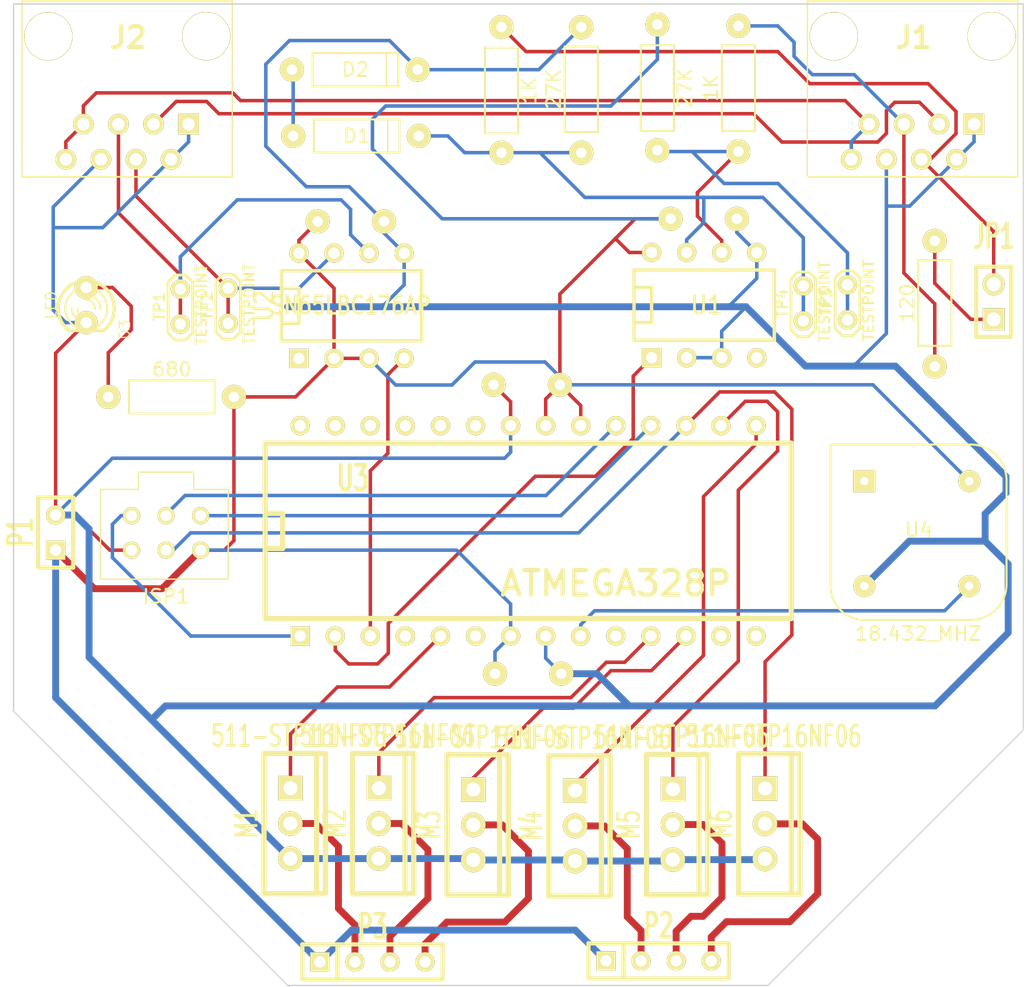
<source format=kicad_pcb>
(kicad_pcb (version 3) (host pcbnew "(2013-07-07 BZR 4022)-stable")

  (general
    (links 89)
    (no_connects 1)
    (area 118.996 84.596 233.49627 183.752001)
    (thickness 1.6)
    (drawings 8)
    (tracks 330)
    (zones 0)
    (modules 34)
    (nets 32)
  )

  (page A3)
  (layers
    (15 F.Cu signal)
    (0 B.Cu signal)
    (16 B.Adhes user hide)
    (17 F.Adhes user hide)
    (18 B.Paste user hide)
    (19 F.Paste user hide)
    (20 B.SilkS user)
    (21 F.SilkS user)
    (22 B.Mask user hide)
    (23 F.Mask user hide)
    (24 Dwgs.User user hide)
    (25 Cmts.User user hide)
    (26 Eco1.User user hide)
    (27 Eco2.User user hide)
    (28 Edge.Cuts user)
  )

  (setup
    (last_trace_width 0.254)
    (user_trace_width 0.5)
    (user_trace_width 0.75)
    (user_trace_width 1.2)
    (user_trace_width 2)
    (user_trace_width 3.5)
    (user_trace_width 4)
    (trace_clearance 0.254)
    (zone_clearance 0.508)
    (zone_45_only no)
    (trace_min 0.254)
    (segment_width 0.2)
    (edge_width 0.1)
    (via_size 0.889)
    (via_drill 0.635)
    (via_min_size 0.889)
    (via_min_drill 0.508)
    (user_via 1 0.8)
    (user_via 2.75 2.5)
    (uvia_size 0.508)
    (uvia_drill 0.127)
    (uvias_allowed no)
    (uvia_min_size 0.508)
    (uvia_min_drill 0.127)
    (pcb_text_width 0.3)
    (pcb_text_size 1.5 1.5)
    (mod_edge_width 0.15)
    (mod_text_size 1 1)
    (mod_text_width 0.15)
    (pad_size 1.5 1.5)
    (pad_drill 0.6)
    (pad_to_mask_clearance 0)
    (aux_axis_origin 0 0)
    (visible_elements 7FFF7FFF)
    (pcbplotparams
      (layerselection 3178497)
      (usegerberextensions true)
      (excludeedgelayer true)
      (linewidth 0.150000)
      (plotframeref false)
      (viasonmask false)
      (mode 1)
      (useauxorigin false)
      (hpglpennumber 1)
      (hpglpenspeed 20)
      (hpglpendiameter 15)
      (hpglpenoverlay 2)
      (psnegative false)
      (psa4output false)
      (plotreference true)
      (plotvalue true)
      (plotothertext true)
      (plotinvisibletext false)
      (padsonsilk false)
      (subtractmaskfromsilk false)
      (outputformat 1)
      (mirror false)
      (drillshape 1)
      (scaleselection 1)
      (outputdirectory ""))
  )

  (net 0 "")
  (net 1 +5V)
  (net 2 GND)
  (net 3 N-000001)
  (net 4 N-0000010)
  (net 5 N-0000011)
  (net 6 N-0000012)
  (net 7 N-0000013)
  (net 8 N-0000014)
  (net 9 N-0000015)
  (net 10 N-0000016)
  (net 11 N-0000017)
  (net 12 N-0000018)
  (net 13 N-0000019)
  (net 14 N-000002)
  (net 15 N-0000020)
  (net 16 N-0000021)
  (net 17 N-0000022)
  (net 18 N-0000023)
  (net 19 N-0000024)
  (net 20 N-0000025)
  (net 21 N-0000026)
  (net 22 N-0000027)
  (net 23 N-0000028)
  (net 24 N-000003)
  (net 25 N-0000032)
  (net 26 N-0000033)
  (net 27 N-0000037)
  (net 28 N-000004)
  (net 29 N-000005)
  (net 30 N-000006)
  (net 31 N-000008)

  (net_class Default "This is the default net class."
    (clearance 0.254)
    (trace_width 0.254)
    (via_dia 0.889)
    (via_drill 0.635)
    (uvia_dia 0.508)
    (uvia_drill 0.127)
    (add_net "")
    (add_net +5V)
    (add_net GND)
    (add_net N-000001)
    (add_net N-0000010)
    (add_net N-0000011)
    (add_net N-0000012)
    (add_net N-0000013)
    (add_net N-0000014)
    (add_net N-0000015)
    (add_net N-0000016)
    (add_net N-0000017)
    (add_net N-0000018)
    (add_net N-0000019)
    (add_net N-000002)
    (add_net N-0000020)
    (add_net N-0000021)
    (add_net N-0000022)
    (add_net N-0000023)
    (add_net N-0000024)
    (add_net N-0000025)
    (add_net N-0000026)
    (add_net N-0000027)
    (add_net N-0000028)
    (add_net N-000003)
    (add_net N-0000032)
    (add_net N-0000033)
    (add_net N-0000037)
    (add_net N-000004)
    (add_net N-000005)
    (add_net N-000006)
    (add_net N-000008)
  )

  (module TESTPOINT (layer F.Cu) (tedit 45129E05) (tstamp 55602A28)
    (at 198.68 133.38 90)
    (descr "Connecteurs 2 pins")
    (tags "CONN DEV")
    (path /55605EB1)
    (fp_text reference TP4 (at 0 -1.524 90) (layer F.SilkS)
      (effects (font (size 0.762 0.762) (thickness 0.1524)))
    )
    (fp_text value TESTPOINT (at 0.127 1.524 90) (layer F.SilkS)
      (effects (font (size 0.762 0.762) (thickness 0.1524)))
    )
    (fp_line (start -1.905 -0.889) (end 1.778 -0.889) (layer F.SilkS) (width 0.2032))
    (fp_line (start 1.778 -0.889) (end 2.286 -0.381) (layer F.SilkS) (width 0.2032))
    (fp_line (start 2.286 -0.381) (end 2.286 0.381) (layer F.SilkS) (width 0.2032))
    (fp_line (start 2.286 0.381) (end 1.778 0.889) (layer F.SilkS) (width 0.2032))
    (fp_line (start 1.778 0.889) (end -1.905 0.889) (layer F.SilkS) (width 0.2032))
    (fp_line (start -1.905 0.889) (end -2.413 0.381) (layer F.SilkS) (width 0.2032))
    (fp_line (start -2.413 0.381) (end -2.413 -0.381) (layer F.SilkS) (width 0.2032))
    (fp_line (start -2.413 -0.381) (end -1.905 -0.889) (layer F.SilkS) (width 0.2032))
    (pad 1 thru_hole circle (at -1.27 0 90) (size 1.397 1.397) (drill 0.8128)
      (layers *.Cu *.Mask F.SilkS)
      (net 27 N-0000037)
    )
    (pad 1 thru_hole circle (at 1.27 0 90) (size 1.397 1.397) (drill 0.8128)
      (layers *.Cu *.Mask F.SilkS)
      (net 27 N-0000037)
    )
    (model connectors/testpoint.wrl
      (at (xyz 0 0 0))
      (scale (xyz 1 1 1))
      (rotate (xyz 0 0 0))
    )
  )

  (module TESTPOINT (layer F.Cu) (tedit 45129E05) (tstamp 55602A36)
    (at 201.88 133.3 90)
    (descr "Connecteurs 2 pins")
    (tags "CONN DEV")
    (path /55605E9A)
    (fp_text reference TP3 (at 0 -1.524 90) (layer F.SilkS)
      (effects (font (size 0.762 0.762) (thickness 0.1524)))
    )
    (fp_text value TESTPOINT (at 0.127 1.524 90) (layer F.SilkS)
      (effects (font (size 0.762 0.762) (thickness 0.1524)))
    )
    (fp_line (start -1.905 -0.889) (end 1.778 -0.889) (layer F.SilkS) (width 0.2032))
    (fp_line (start 1.778 -0.889) (end 2.286 -0.381) (layer F.SilkS) (width 0.2032))
    (fp_line (start 2.286 -0.381) (end 2.286 0.381) (layer F.SilkS) (width 0.2032))
    (fp_line (start 2.286 0.381) (end 1.778 0.889) (layer F.SilkS) (width 0.2032))
    (fp_line (start 1.778 0.889) (end -1.905 0.889) (layer F.SilkS) (width 0.2032))
    (fp_line (start -1.905 0.889) (end -2.413 0.381) (layer F.SilkS) (width 0.2032))
    (fp_line (start -2.413 0.381) (end -2.413 -0.381) (layer F.SilkS) (width 0.2032))
    (fp_line (start -2.413 -0.381) (end -1.905 -0.889) (layer F.SilkS) (width 0.2032))
    (pad 1 thru_hole circle (at -1.27 0 90) (size 1.397 1.397) (drill 0.8128)
      (layers *.Cu *.Mask F.SilkS)
      (net 5 N-0000011)
    )
    (pad 1 thru_hole circle (at 1.27 0 90) (size 1.397 1.397) (drill 0.8128)
      (layers *.Cu *.Mask F.SilkS)
      (net 5 N-0000011)
    )
    (model connectors/testpoint.wrl
      (at (xyz 0 0 0))
      (scale (xyz 1 1 1))
      (rotate (xyz 0 0 0))
    )
  )

  (module TESTPOINT (layer F.Cu) (tedit 45129E05) (tstamp 55602A44)
    (at 153.56 133.61 90)
    (descr "Connecteurs 2 pins")
    (tags "CONN DEV")
    (path /556063DA)
    (fp_text reference TP1 (at 0 -1.524 90) (layer F.SilkS)
      (effects (font (size 0.762 0.762) (thickness 0.1524)))
    )
    (fp_text value TESTPOINT (at 0.127 1.524 90) (layer F.SilkS)
      (effects (font (size 0.762 0.762) (thickness 0.1524)))
    )
    (fp_line (start -1.905 -0.889) (end 1.778 -0.889) (layer F.SilkS) (width 0.2032))
    (fp_line (start 1.778 -0.889) (end 2.286 -0.381) (layer F.SilkS) (width 0.2032))
    (fp_line (start 2.286 -0.381) (end 2.286 0.381) (layer F.SilkS) (width 0.2032))
    (fp_line (start 2.286 0.381) (end 1.778 0.889) (layer F.SilkS) (width 0.2032))
    (fp_line (start 1.778 0.889) (end -1.905 0.889) (layer F.SilkS) (width 0.2032))
    (fp_line (start -1.905 0.889) (end -2.413 0.381) (layer F.SilkS) (width 0.2032))
    (fp_line (start -2.413 0.381) (end -2.413 -0.381) (layer F.SilkS) (width 0.2032))
    (fp_line (start -2.413 -0.381) (end -1.905 -0.889) (layer F.SilkS) (width 0.2032))
    (pad 1 thru_hole circle (at -1.27 0 90) (size 1.397 1.397) (drill 0.8128)
      (layers *.Cu *.Mask F.SilkS)
      (net 12 N-0000018)
    )
    (pad 1 thru_hole circle (at 1.27 0 90) (size 1.397 1.397) (drill 0.8128)
      (layers *.Cu *.Mask F.SilkS)
      (net 12 N-0000018)
    )
    (model connectors/testpoint.wrl
      (at (xyz 0 0 0))
      (scale (xyz 1 1 1))
      (rotate (xyz 0 0 0))
    )
  )

  (module TESTPOINT (layer F.Cu) (tedit 45129E05) (tstamp 55602A52)
    (at 157.02 133.55 90)
    (descr "Connecteurs 2 pins")
    (tags "CONN DEV")
    (path /556063E0)
    (fp_text reference TP2 (at 0 -1.524 90) (layer F.SilkS)
      (effects (font (size 0.762 0.762) (thickness 0.1524)))
    )
    (fp_text value TESTPOINT (at 0.127 1.524 90) (layer F.SilkS)
      (effects (font (size 0.762 0.762) (thickness 0.1524)))
    )
    (fp_line (start -1.905 -0.889) (end 1.778 -0.889) (layer F.SilkS) (width 0.2032))
    (fp_line (start 1.778 -0.889) (end 2.286 -0.381) (layer F.SilkS) (width 0.2032))
    (fp_line (start 2.286 -0.381) (end 2.286 0.381) (layer F.SilkS) (width 0.2032))
    (fp_line (start 2.286 0.381) (end 1.778 0.889) (layer F.SilkS) (width 0.2032))
    (fp_line (start 1.778 0.889) (end -1.905 0.889) (layer F.SilkS) (width 0.2032))
    (fp_line (start -1.905 0.889) (end -2.413 0.381) (layer F.SilkS) (width 0.2032))
    (fp_line (start -2.413 0.381) (end -2.413 -0.381) (layer F.SilkS) (width 0.2032))
    (fp_line (start -2.413 -0.381) (end -1.905 -0.889) (layer F.SilkS) (width 0.2032))
    (pad 1 thru_hole circle (at -1.27 0 90) (size 1.397 1.397) (drill 0.8128)
      (layers *.Cu *.Mask F.SilkS)
      (net 11 N-0000017)
    )
    (pad 1 thru_hole circle (at 1.27 0 90) (size 1.397 1.397) (drill 0.8128)
      (layers *.Cu *.Mask F.SilkS)
      (net 11 N-0000017)
    )
    (model connectors/testpoint.wrl
      (at (xyz 0 0 0))
      (scale (xyz 1 1 1))
      (rotate (xyz 0 0 0))
    )
  )

  (module SIL-4 (layer F.Cu) (tedit 200000) (tstamp 556031AC)
    (at 188.2 181)
    (descr "Connecteur 4 pibs")
    (tags "CONN DEV")
    (path /556054A4)
    (fp_text reference P2 (at 0 -2.54) (layer F.SilkS)
      (effects (font (size 1.73482 1.08712) (thickness 0.3048)))
    )
    (fp_text value 4_PORT (at 0 -2.54) (layer F.SilkS) hide
      (effects (font (size 1.524 1.016) (thickness 0.3048)))
    )
    (fp_line (start -5.08 -1.27) (end -5.08 -1.27) (layer F.SilkS) (width 0.3048))
    (fp_line (start -5.08 1.27) (end -5.08 -1.27) (layer F.SilkS) (width 0.3048))
    (fp_line (start -5.08 -1.27) (end -5.08 -1.27) (layer F.SilkS) (width 0.3048))
    (fp_line (start -5.08 -1.27) (end 5.08 -1.27) (layer F.SilkS) (width 0.3048))
    (fp_line (start 5.08 -1.27) (end 5.08 1.27) (layer F.SilkS) (width 0.3048))
    (fp_line (start 5.08 1.27) (end -5.08 1.27) (layer F.SilkS) (width 0.3048))
    (fp_line (start -2.54 1.27) (end -2.54 -1.27) (layer F.SilkS) (width 0.3048))
    (pad 1 thru_hole rect (at -3.81 0) (size 1.397 1.397) (drill 0.8128)
      (layers *.Cu *.Mask F.SilkS)
      (net 1 +5V)
    )
    (pad 2 thru_hole circle (at -1.27 0) (size 1.397 1.397) (drill 0.8128)
      (layers *.Cu *.Mask F.SilkS)
      (net 7 N-0000013)
    )
    (pad 3 thru_hole circle (at 1.27 0) (size 1.397 1.397) (drill 0.8128)
      (layers *.Cu *.Mask F.SilkS)
      (net 6 N-0000012)
    )
    (pad 4 thru_hole circle (at 3.81 0) (size 1.397 1.397) (drill 0.8128)
      (layers *.Cu *.Mask F.SilkS)
      (net 13 N-0000019)
    )
  )

  (module SIL-4 (layer F.Cu) (tedit 200000) (tstamp 55602AC4)
    (at 167.475 181.075)
    (descr "Connecteur 4 pibs")
    (tags "CONN DEV")
    (path /55605497)
    (fp_text reference P3 (at 0 -2.54) (layer F.SilkS)
      (effects (font (size 1.73482 1.08712) (thickness 0.3048)))
    )
    (fp_text value 4_PORT (at 0 -2.54) (layer F.SilkS) hide
      (effects (font (size 1.524 1.016) (thickness 0.3048)))
    )
    (fp_line (start -5.08 -1.27) (end -5.08 -1.27) (layer F.SilkS) (width 0.3048))
    (fp_line (start -5.08 1.27) (end -5.08 -1.27) (layer F.SilkS) (width 0.3048))
    (fp_line (start -5.08 -1.27) (end -5.08 -1.27) (layer F.SilkS) (width 0.3048))
    (fp_line (start -5.08 -1.27) (end 5.08 -1.27) (layer F.SilkS) (width 0.3048))
    (fp_line (start 5.08 -1.27) (end 5.08 1.27) (layer F.SilkS) (width 0.3048))
    (fp_line (start 5.08 1.27) (end -5.08 1.27) (layer F.SilkS) (width 0.3048))
    (fp_line (start -2.54 1.27) (end -2.54 -1.27) (layer F.SilkS) (width 0.3048))
    (pad 1 thru_hole rect (at -3.81 0) (size 1.397 1.397) (drill 0.8128)
      (layers *.Cu *.Mask F.SilkS)
      (net 1 +5V)
    )
    (pad 2 thru_hole circle (at -1.27 0) (size 1.397 1.397) (drill 0.8128)
      (layers *.Cu *.Mask F.SilkS)
      (net 10 N-0000016)
    )
    (pad 3 thru_hole circle (at 1.27 0) (size 1.397 1.397) (drill 0.8128)
      (layers *.Cu *.Mask F.SilkS)
      (net 9 N-0000015)
    )
    (pad 4 thru_hole circle (at 3.81 0) (size 1.397 1.397) (drill 0.8128)
      (layers *.Cu *.Mask F.SilkS)
      (net 8 N-0000014)
    )
  )

  (module SIL-2 (layer F.Cu) (tedit 200000) (tstamp 55602ACE)
    (at 144.525 149.975 90)
    (descr "Connecteurs 2 pins")
    (tags "CONN DEV")
    (path /5560409D)
    (fp_text reference P1 (at 0 -2.54 90) (layer F.SilkS)
      (effects (font (size 1.72974 1.08712) (thickness 0.3048)))
    )
    (fp_text value PWR (at 0 -2.54 90) (layer F.SilkS) hide
      (effects (font (size 1.524 1.016) (thickness 0.3048)))
    )
    (fp_line (start -2.54 1.27) (end -2.54 -1.27) (layer F.SilkS) (width 0.3048))
    (fp_line (start -2.54 -1.27) (end 2.54 -1.27) (layer F.SilkS) (width 0.3048))
    (fp_line (start 2.54 -1.27) (end 2.54 1.27) (layer F.SilkS) (width 0.3048))
    (fp_line (start 2.54 1.27) (end -2.54 1.27) (layer F.SilkS) (width 0.3048))
    (pad 1 thru_hole rect (at -1.27 0 90) (size 1.397 1.397) (drill 0.8128)
      (layers *.Cu *.Mask F.SilkS)
      (net 1 +5V)
    )
    (pad 2 thru_hole circle (at 1.27 0 90) (size 1.397 1.397) (drill 0.8128)
      (layers *.Cu *.Mask F.SilkS)
      (net 2 GND)
    )
  )

  (module RJ45_8_SHORT (layer F.Cu) (tedit 5422258F) (tstamp 55602AE0)
    (at 206.6 114.05 180)
    (tags RJ45)
    (path /556017C9)
    (fp_text reference J1 (at -0.075 -0.075 180) (layer F.SilkS)
      (effects (font (size 1.524 1.524) (thickness 0.3048)))
    )
    (fp_text value 215877-1 (at 0.04 -11.28 180) (layer F.SilkS) hide
      (effects (font (size 1.00076 1.00076) (thickness 0.2032)))
    )
    (fp_line (start -7.61 2.58) (end -7.61 -10.18) (layer F.SilkS) (width 0.1))
    (fp_line (start 7.62 2.58) (end 7.63 -10.17) (layer F.SilkS) (width 0.1))
    (fp_line (start -7.62 2.584) (end 7.62 2.584) (layer F.SilkS) (width 0.127))
    (fp_line (start 7.62 -10.16) (end -7.62 -10.16) (layer F.SilkS) (width 0.127))
    (pad Hole thru_hole circle (at 5.71 0.02 180) (size 3.5 3.5) (drill 3.4)
      (layers *.Cu *.Mask F.SilkS)
    )
    (pad Hole thru_hole circle (at -5.72 0.03 180) (size 3.5 3.5) (drill 3.4)
      (layers *.Cu *.Mask F.SilkS)
    )
    (pad 1 thru_hole rect (at -4.445 -6.35 180) (size 1.50114 1.50114) (drill 0.89916)
      (layers *.Cu *.Mask F.SilkS)
      (net 2 GND)
    )
    (pad 2 thru_hole circle (at -3.175 -8.89 180) (size 1.50114 1.50114) (drill 0.89916)
      (layers *.Cu *.Mask F.SilkS)
      (net 2 GND)
    )
    (pad 3 thru_hole circle (at -1.905 -6.35 180) (size 1.50114 1.50114) (drill 0.89916)
      (layers *.Cu *.Mask F.SilkS)
      (net 31 N-000008)
    )
    (pad 4 thru_hole circle (at -0.635 -8.89 180) (size 1.50114 1.50114) (drill 0.89916)
      (layers *.Cu *.Mask F.SilkS)
      (net 22 N-0000027)
    )
    (pad 5 thru_hole circle (at 0.635 -6.35 180) (size 1.50114 1.50114) (drill 0.89916)
      (layers *.Cu *.Mask F.SilkS)
      (net 23 N-0000028)
    )
    (pad 6 thru_hole circle (at 1.905 -8.89 180) (size 1.50114 1.50114) (drill 0.89916)
      (layers *.Cu *.Mask F.SilkS)
      (net 2 GND)
    )
    (pad 7 thru_hole circle (at 3.175 -6.35 180) (size 1.50114 1.50114) (drill 0.89916)
      (layers *.Cu *.Mask F.SilkS)
      (net 26 N-0000033)
    )
    (pad 8 thru_hole circle (at 4.445 -8.89 180) (size 1.50114 1.50114) (drill 0.89916)
      (layers *.Cu *.Mask F.SilkS)
      (net 26 N-0000033)
    )
    (model connectors/RJ45_8.wrl
      (at (xyz 0 0 0))
      (scale (xyz 0.4 0.4 0.4))
      (rotate (xyz 0 0 0))
    )
  )

  (module RJ45_8_SHORT (layer F.Cu) (tedit 5422258F) (tstamp 55602AF2)
    (at 149.71 114.05 180)
    (tags RJ45)
    (path /556017D8)
    (fp_text reference J2 (at -0.075 -0.075 180) (layer F.SilkS)
      (effects (font (size 1.524 1.524) (thickness 0.3048)))
    )
    (fp_text value 215877-1 (at 0.04 -11.28 180) (layer F.SilkS) hide
      (effects (font (size 1.00076 1.00076) (thickness 0.2032)))
    )
    (fp_line (start -7.61 2.58) (end -7.61 -10.18) (layer F.SilkS) (width 0.1))
    (fp_line (start 7.62 2.58) (end 7.63 -10.17) (layer F.SilkS) (width 0.1))
    (fp_line (start -7.62 2.584) (end 7.62 2.584) (layer F.SilkS) (width 0.127))
    (fp_line (start 7.62 -10.16) (end -7.62 -10.16) (layer F.SilkS) (width 0.127))
    (pad Hole thru_hole circle (at 5.71 0.02 180) (size 3.5 3.5) (drill 3.4)
      (layers *.Cu *.Mask F.SilkS)
    )
    (pad Hole thru_hole circle (at -5.72 0.03 180) (size 3.5 3.5) (drill 3.4)
      (layers *.Cu *.Mask F.SilkS)
    )
    (pad 1 thru_hole rect (at -4.445 -6.35 180) (size 1.50114 1.50114) (drill 0.89916)
      (layers *.Cu *.Mask F.SilkS)
      (net 2 GND)
    )
    (pad 2 thru_hole circle (at -3.175 -8.89 180) (size 1.50114 1.50114) (drill 0.89916)
      (layers *.Cu *.Mask F.SilkS)
      (net 2 GND)
    )
    (pad 3 thru_hole circle (at -1.905 -6.35 180) (size 1.50114 1.50114) (drill 0.89916)
      (layers *.Cu *.Mask F.SilkS)
      (net 31 N-000008)
    )
    (pad 4 thru_hole circle (at -0.635 -8.89 180) (size 1.50114 1.50114) (drill 0.89916)
      (layers *.Cu *.Mask F.SilkS)
      (net 11 N-0000017)
    )
    (pad 5 thru_hole circle (at 0.635 -6.35 180) (size 1.50114 1.50114) (drill 0.89916)
      (layers *.Cu *.Mask F.SilkS)
      (net 12 N-0000018)
    )
    (pad 6 thru_hole circle (at 1.905 -8.89 180) (size 1.50114 1.50114) (drill 0.89916)
      (layers *.Cu *.Mask F.SilkS)
      (net 2 GND)
    )
    (pad 7 thru_hole circle (at 3.175 -6.35 180) (size 1.50114 1.50114) (drill 0.89916)
      (layers *.Cu *.Mask F.SilkS)
      (net 26 N-0000033)
    )
    (pad 8 thru_hole circle (at 4.445 -8.89 180) (size 1.50114 1.50114) (drill 0.89916)
      (layers *.Cu *.Mask F.SilkS)
      (net 26 N-0000033)
    )
    (model connectors/RJ45_8.wrl
      (at (xyz 0 0 0))
      (scale (xyz 0.4 0.4 0.4))
      (rotate (xyz 0 0 0))
    )
  )

  (module Resisitor (layer F.Cu) (tedit 540A7C84) (tstamp 55602AFC)
    (at 152.94 140.15)
    (path /55603BF8)
    (fp_text reference R6 (at 0 2.2) (layer F.SilkS) hide
      (effects (font (size 1 1) (thickness 0.15)))
    )
    (fp_text value 680 (at 0 -2) (layer F.SilkS)
      (effects (font (size 1 1) (thickness 0.15)))
    )
    (fp_line (start 3.1 1.2) (end 3.1 -1.2) (layer F.SilkS) (width 0.15))
    (fp_line (start -3.1 1.2) (end -3.1 -1.2) (layer F.SilkS) (width 0.15))
    (fp_line (start -3.1 1.2) (end 3.1 1.2) (layer F.SilkS) (width 0.15))
    (fp_line (start 3.1 -1.2) (end -3.1 -1.2) (layer F.SilkS) (width 0.15))
    (pad 1 thru_hole circle (at -4.6 0) (size 1.75 1.75) (drill 0.75)
      (layers *.Cu *.Mask F.SilkS)
      (net 17 N-0000022)
    )
    (pad 2 thru_hole circle (at 4.5 0) (size 1.75 1.75) (drill 0.75)
      (layers *.Cu *.Mask F.SilkS)
      (net 1 +5V)
    )
  )

  (module Resisitor (layer F.Cu) (tedit 540A7C84) (tstamp 55602B06)
    (at 188.11 117.78 270)
    (path /556017F1)
    (fp_text reference R2 (at 0 2.2 270) (layer F.SilkS) hide
      (effects (font (size 1 1) (thickness 0.15)))
    )
    (fp_text value 27K (at 0 -2 270) (layer F.SilkS)
      (effects (font (size 1 1) (thickness 0.15)))
    )
    (fp_line (start 3.1 1.2) (end 3.1 -1.2) (layer F.SilkS) (width 0.15))
    (fp_line (start -3.1 1.2) (end -3.1 -1.2) (layer F.SilkS) (width 0.15))
    (fp_line (start -3.1 1.2) (end 3.1 1.2) (layer F.SilkS) (width 0.15))
    (fp_line (start 3.1 -1.2) (end -3.1 -1.2) (layer F.SilkS) (width 0.15))
    (pad 1 thru_hole circle (at -4.6 0 270) (size 1.75 1.75) (drill 0.75)
      (layers *.Cu *.Mask F.SilkS)
      (net 1 +5V)
    )
    (pad 2 thru_hole circle (at 4.5 0 270) (size 1.75 1.75) (drill 0.75)
      (layers *.Cu *.Mask F.SilkS)
      (net 5 N-0000011)
    )
  )

  (module Resisitor (layer F.Cu) (tedit 540A7C84) (tstamp 55602B10)
    (at 193.98 117.78 90)
    (path /556017FE)
    (fp_text reference R3 (at 0 2.2 90) (layer F.SilkS) hide
      (effects (font (size 1 1) (thickness 0.15)))
    )
    (fp_text value 1K (at 0 -2 90) (layer F.SilkS)
      (effects (font (size 1 1) (thickness 0.15)))
    )
    (fp_line (start 3.1 1.2) (end 3.1 -1.2) (layer F.SilkS) (width 0.15))
    (fp_line (start -3.1 1.2) (end -3.1 -1.2) (layer F.SilkS) (width 0.15))
    (fp_line (start -3.1 1.2) (end 3.1 1.2) (layer F.SilkS) (width 0.15))
    (fp_line (start 3.1 -1.2) (end -3.1 -1.2) (layer F.SilkS) (width 0.15))
    (pad 1 thru_hole circle (at -4.6 0 90) (size 1.75 1.75) (drill 0.75)
      (layers *.Cu *.Mask F.SilkS)
      (net 5 N-0000011)
    )
    (pad 2 thru_hole circle (at 4.5 0 90) (size 1.75 1.75) (drill 0.75)
      (layers *.Cu *.Mask F.SilkS)
      (net 23 N-0000028)
    )
  )

  (module Resisitor (layer F.Cu) (tedit 540A7C84) (tstamp 55602B1A)
    (at 176.82 117.96 270)
    (path /55601804)
    (fp_text reference R4 (at 0 2.2 270) (layer F.SilkS) hide
      (effects (font (size 1 1) (thickness 0.15)))
    )
    (fp_text value 1K (at 0 -2 270) (layer F.SilkS)
      (effects (font (size 1 1) (thickness 0.15)))
    )
    (fp_line (start 3.1 1.2) (end 3.1 -1.2) (layer F.SilkS) (width 0.15))
    (fp_line (start -3.1 1.2) (end -3.1 -1.2) (layer F.SilkS) (width 0.15))
    (fp_line (start -3.1 1.2) (end 3.1 1.2) (layer F.SilkS) (width 0.15))
    (fp_line (start 3.1 -1.2) (end -3.1 -1.2) (layer F.SilkS) (width 0.15))
    (pad 1 thru_hole circle (at -4.6 0 270) (size 1.75 1.75) (drill 0.75)
      (layers *.Cu *.Mask F.SilkS)
      (net 22 N-0000027)
    )
    (pad 2 thru_hole circle (at 4.5 0 270) (size 1.75 1.75) (drill 0.75)
      (layers *.Cu *.Mask F.SilkS)
      (net 27 N-0000037)
    )
  )

  (module Resisitor (layer F.Cu) (tedit 540A7C84) (tstamp 55602B24)
    (at 182.6 117.87 90)
    (path /5560180A)
    (fp_text reference R5 (at 0 2.2 90) (layer F.SilkS) hide
      (effects (font (size 1 1) (thickness 0.15)))
    )
    (fp_text value 27K (at 0 -2 90) (layer F.SilkS)
      (effects (font (size 1 1) (thickness 0.15)))
    )
    (fp_line (start 3.1 1.2) (end 3.1 -1.2) (layer F.SilkS) (width 0.15))
    (fp_line (start -3.1 1.2) (end -3.1 -1.2) (layer F.SilkS) (width 0.15))
    (fp_line (start -3.1 1.2) (end 3.1 1.2) (layer F.SilkS) (width 0.15))
    (fp_line (start 3.1 -1.2) (end -3.1 -1.2) (layer F.SilkS) (width 0.15))
    (pad 1 thru_hole circle (at -4.6 0 90) (size 1.75 1.75) (drill 0.75)
      (layers *.Cu *.Mask F.SilkS)
      (net 27 N-0000037)
    )
    (pad 2 thru_hole circle (at 4.5 0 90) (size 1.75 1.75) (drill 0.75)
      (layers *.Cu *.Mask F.SilkS)
      (net 2 GND)
    )
  )

  (module Resisitor (layer F.Cu) (tedit 540A7C84) (tstamp 55602B2E)
    (at 208.2 133.35 90)
    (path /55601964)
    (fp_text reference R1 (at 0 2.2 90) (layer F.SilkS) hide
      (effects (font (size 1 1) (thickness 0.15)))
    )
    (fp_text value 120 (at 0 -2 90) (layer F.SilkS)
      (effects (font (size 1 1) (thickness 0.15)))
    )
    (fp_line (start 3.1 1.2) (end 3.1 -1.2) (layer F.SilkS) (width 0.15))
    (fp_line (start -3.1 1.2) (end -3.1 -1.2) (layer F.SilkS) (width 0.15))
    (fp_line (start -3.1 1.2) (end 3.1 1.2) (layer F.SilkS) (width 0.15))
    (fp_line (start 3.1 -1.2) (end -3.1 -1.2) (layer F.SilkS) (width 0.15))
    (pad 1 thru_hole circle (at -4.6 0 90) (size 1.75 1.75) (drill 0.75)
      (layers *.Cu *.Mask F.SilkS)
      (net 23 N-0000028)
    )
    (pad 2 thru_hole circle (at 4.5 0 90) (size 1.75 1.75) (drill 0.75)
      (layers *.Cu *.Mask F.SilkS)
      (net 4 N-0000010)
    )
  )

  (module LED-3MM (layer F.Cu) (tedit 50ADE848) (tstamp 55602B47)
    (at 146.74 133.5 270)
    (descr "LED 3mm - Lead pitch 100mil (2,54mm)")
    (tags "LED led 3mm 3MM 100mil 2,54mm")
    (path /55603AB2)
    (fp_text reference D3 (at 1.778 -2.794 270) (layer F.SilkS)
      (effects (font (size 0.762 0.762) (thickness 0.0889)))
    )
    (fp_text value LED (at 0 2.54 270) (layer F.SilkS)
      (effects (font (size 0.762 0.762) (thickness 0.0889)))
    )
    (fp_line (start 1.8288 1.27) (end 1.8288 -1.27) (layer F.SilkS) (width 0.254))
    (fp_arc (start 0.254 0) (end -1.27 0) (angle 39.8) (layer F.SilkS) (width 0.1524))
    (fp_arc (start 0.254 0) (end -0.88392 1.01092) (angle 41.6) (layer F.SilkS) (width 0.1524))
    (fp_arc (start 0.254 0) (end 1.4097 -0.9906) (angle 40.6) (layer F.SilkS) (width 0.1524))
    (fp_arc (start 0.254 0) (end 1.778 0) (angle 39.8) (layer F.SilkS) (width 0.1524))
    (fp_arc (start 0.254 0) (end 0.254 -1.524) (angle 54.4) (layer F.SilkS) (width 0.1524))
    (fp_arc (start 0.254 0) (end -0.9652 -0.9144) (angle 53.1) (layer F.SilkS) (width 0.1524))
    (fp_arc (start 0.254 0) (end 1.45542 0.93472) (angle 52.1) (layer F.SilkS) (width 0.1524))
    (fp_arc (start 0.254 0) (end 0.254 1.524) (angle 52.1) (layer F.SilkS) (width 0.1524))
    (fp_arc (start 0.254 0) (end -0.381 0) (angle 90) (layer F.SilkS) (width 0.1524))
    (fp_arc (start 0.254 0) (end -0.762 0) (angle 90) (layer F.SilkS) (width 0.1524))
    (fp_arc (start 0.254 0) (end 0.889 0) (angle 90) (layer F.SilkS) (width 0.1524))
    (fp_arc (start 0.254 0) (end 1.27 0) (angle 90) (layer F.SilkS) (width 0.1524))
    (fp_arc (start 0.254 0) (end 0.254 -2.032) (angle 50.1) (layer F.SilkS) (width 0.254))
    (fp_arc (start 0.254 0) (end -1.5367 -0.95504) (angle 61.9) (layer F.SilkS) (width 0.254))
    (fp_arc (start 0.254 0) (end 1.8034 1.31064) (angle 49.7) (layer F.SilkS) (width 0.254))
    (fp_arc (start 0.254 0) (end 0.254 2.032) (angle 60.2) (layer F.SilkS) (width 0.254))
    (fp_arc (start 0.254 0) (end -1.778 0) (angle 28.3) (layer F.SilkS) (width 0.254))
    (fp_arc (start 0.254 0) (end -1.47574 1.06426) (angle 31.6) (layer F.SilkS) (width 0.254))
    (pad 1 thru_hole circle (at -1.27 0 270) (size 1.6764 1.6764) (drill 0.8128)
      (layers *.Cu *.Mask F.SilkS)
      (net 17 N-0000022)
    )
    (pad 2 thru_hole circle (at 1.27 0 270) (size 1.6764 1.6764) (drill 0.8128)
      (layers *.Cu *.Mask F.SilkS)
      (net 2 GND)
    )
    (model discret/leds/led3_vertical_verde.wrl
      (at (xyz 0 0 0))
      (scale (xyz 1 1 1))
      (rotate (xyz 0 0 0))
    )
  )

  (module JUMPER (layer F.Cu) (tedit 540D3014) (tstamp 55602B51)
    (at 212.47 133.26 90)
    (descr "Connecteurs 2 pins")
    (tags "CONN DEV")
    (path /5560196C)
    (fp_text reference JP1 (at 4.75 0 180) (layer F.SilkS)
      (effects (font (size 1.72974 1.08712) (thickness 0.3048)))
    )
    (fp_text value JUMPER (at 0 -2.54 90) (layer F.SilkS) hide
      (effects (font (size 1.524 1.016) (thickness 0.3048)))
    )
    (fp_line (start -2.54 1.27) (end -2.54 -1.27) (layer F.SilkS) (width 0.3048))
    (fp_line (start -2.54 -1.27) (end 2.54 -1.27) (layer F.SilkS) (width 0.3048))
    (fp_line (start 2.54 -1.27) (end 2.54 1.27) (layer F.SilkS) (width 0.3048))
    (fp_line (start 2.54 1.27) (end -2.54 1.27) (layer F.SilkS) (width 0.3048))
    (pad 1 thru_hole rect (at -1.27 0 90) (size 1.6 1.6) (drill 1)
      (layers *.Cu *.Mask F.SilkS)
      (net 4 N-0000010)
    )
    (pad 2 thru_hole circle (at 1.27 0 90) (size 1.6 1.6) (drill 1)
      (layers *.Cu *.Mask F.SilkS)
      (net 22 N-0000027)
    )
  )

  (module ISP (layer F.Cu) (tedit 540D4F32) (tstamp 55602B64)
    (at 152.025 149.85)
    (path /55601846)
    (fp_text reference ISP1 (at 0.5 4.75) (layer F.SilkS)
      (effects (font (size 1 1) (thickness 0.15)))
    )
    (fp_text value ISP (at 0 -4.1) (layer F.SilkS) hide
      (effects (font (size 1 1) (thickness 0.15)))
    )
    (fp_line (start -1.5 -4.25) (end 2.5 -4.25) (layer F.SilkS) (width 0.1))
    (fp_line (start 2.5 -4.25) (end 2.5 -3) (layer F.SilkS) (width 0.1))
    (fp_line (start 2.5 -3) (end 5 -3) (layer F.SilkS) (width 0.1))
    (fp_line (start -2 -3) (end -1.5 -3) (layer F.SilkS) (width 0.1))
    (fp_line (start -1.5 -3) (end -1.5 -4.25) (layer F.SilkS) (width 0.1))
    (fp_line (start -2 -3) (end -4.25 -3) (layer F.SilkS) (width 0.1))
    (fp_line (start -4.25 -3) (end -4.25 3.5) (layer F.SilkS) (width 0.1))
    (fp_line (start -4.25 3.5) (end 5 3.5) (layer F.SilkS) (width 0.1))
    (fp_line (start 5 3.5) (end 5 -3) (layer F.SilkS) (width 0.1))
    (pad 1 thru_hole circle (at 3 -1.1) (size 1.25 1.25) (drill 0.8)
      (layers *.Cu *.Mask F.SilkS)
      (net 24 N-000003)
    )
    (pad 3 thru_hole circle (at 0.5 -1.1) (size 1.25 1.25) (drill 0.8)
      (layers *.Cu *.Mask F.SilkS)
      (net 14 N-000002)
    )
    (pad 5 thru_hole circle (at -2 -1.1) (size 1.25 1.25) (drill 0.8)
      (layers *.Cu *.Mask F.SilkS)
      (net 28 N-000004)
    )
    (pad 2 thru_hole circle (at 3 1.4) (size 1.25 1.25) (drill 0.8)
      (layers *.Cu *.Mask F.SilkS)
      (net 1 +5V)
    )
    (pad 4 thru_hole circle (at 0.5 1.4) (size 1.25 1.25) (drill 0.8)
      (layers *.Cu *.Mask F.SilkS)
      (net 19 N-0000024)
    )
    (pad 6 thru_hole circle (at -2 1.4) (size 1.25 1.25) (drill 0.8)
      (layers *.Cu *.Mask F.SilkS)
      (net 2 GND)
    )
  )

  (module DIP-8__300 (layer F.Cu) (tedit 556088F0) (tstamp 55602B77)
    (at 165.96 133.55)
    (descr "8 pins DIL package, round pads")
    (tags DIL)
    (path /5560183E)
    (fp_text reference U2 (at -6.35 0 90) (layer F.SilkS)
      (effects (font (size 1.27 1.143) (thickness 0.2032)))
    )
    (fp_text value SN65LBC176AP (at -0.07 -0.03) (layer F.SilkS)
      (effects (font (size 1.27 1.016) (thickness 0.2032)))
    )
    (fp_line (start -5.08 -1.27) (end -3.81 -1.27) (layer F.SilkS) (width 0.254))
    (fp_line (start -3.81 -1.27) (end -3.81 1.27) (layer F.SilkS) (width 0.254))
    (fp_line (start -3.81 1.27) (end -5.08 1.27) (layer F.SilkS) (width 0.254))
    (fp_line (start -5.08 -2.54) (end 5.08 -2.54) (layer F.SilkS) (width 0.254))
    (fp_line (start 5.08 -2.54) (end 5.08 2.54) (layer F.SilkS) (width 0.254))
    (fp_line (start 5.08 2.54) (end -5.08 2.54) (layer F.SilkS) (width 0.254))
    (fp_line (start -5.08 2.54) (end -5.08 -2.54) (layer F.SilkS) (width 0.254))
    (pad 1 thru_hole rect (at -3.81 3.81) (size 1.397 1.397) (drill 0.8128)
      (layers *.Cu *.Mask F.SilkS)
    )
    (pad 2 thru_hole circle (at -1.27 3.81) (size 1.397 1.397) (drill 0.8128)
      (layers *.Cu *.Mask F.SilkS)
      (net 1 +5V)
    )
    (pad 3 thru_hole circle (at 1.27 3.81) (size 1.397 1.397) (drill 0.8128)
      (layers *.Cu *.Mask F.SilkS)
      (net 1 +5V)
    )
    (pad 4 thru_hole circle (at 3.81 3.81) (size 1.397 1.397) (drill 0.8128)
      (layers *.Cu *.Mask F.SilkS)
      (net 29 N-000005)
    )
    (pad 5 thru_hole circle (at 3.81 -3.81) (size 1.397 1.397) (drill 0.8128)
      (layers *.Cu *.Mask F.SilkS)
      (net 2 GND)
    )
    (pad 6 thru_hole circle (at 1.27 -3.81) (size 1.397 1.397) (drill 0.8128)
      (layers *.Cu *.Mask F.SilkS)
      (net 12 N-0000018)
    )
    (pad 7 thru_hole circle (at -1.27 -3.81) (size 1.397 1.397) (drill 0.8128)
      (layers *.Cu *.Mask F.SilkS)
      (net 11 N-0000017)
    )
    (pad 8 thru_hole circle (at -3.81 -3.81) (size 1.397 1.397) (drill 0.8128)
      (layers *.Cu *.Mask F.SilkS)
      (net 1 +5V)
    )
    (model dil/dil_8.wrl
      (at (xyz 0 0 0))
      (scale (xyz 1 1 1))
      (rotate (xyz 0 0 0))
    )
  )

  (module DIP-8__300 (layer F.Cu) (tedit 55608927) (tstamp 55602B8A)
    (at 191.5 133.5)
    (descr "8 pins DIL package, round pads")
    (tags DIL)
    (path /55601831)
    (fp_text reference U1 (at 0.17 0) (layer F.SilkS)
      (effects (font (size 1.27 1.143) (thickness 0.2032)))
    )
    (fp_text value SN65LBC176AP (at 0 0) (layer F.SilkS) hide
      (effects (font (size 1.27 1.016) (thickness 0.2032)))
    )
    (fp_line (start -5.08 -1.27) (end -3.81 -1.27) (layer F.SilkS) (width 0.254))
    (fp_line (start -3.81 -1.27) (end -3.81 1.27) (layer F.SilkS) (width 0.254))
    (fp_line (start -3.81 1.27) (end -5.08 1.27) (layer F.SilkS) (width 0.254))
    (fp_line (start -5.08 -2.54) (end 5.08 -2.54) (layer F.SilkS) (width 0.254))
    (fp_line (start 5.08 -2.54) (end 5.08 2.54) (layer F.SilkS) (width 0.254))
    (fp_line (start 5.08 2.54) (end -5.08 2.54) (layer F.SilkS) (width 0.254))
    (fp_line (start -5.08 2.54) (end -5.08 -2.54) (layer F.SilkS) (width 0.254))
    (pad 1 thru_hole rect (at -3.81 3.81) (size 1.397 1.397) (drill 0.8128)
      (layers *.Cu *.Mask F.SilkS)
      (net 30 N-000006)
    )
    (pad 2 thru_hole circle (at -1.27 3.81) (size 1.397 1.397) (drill 0.8128)
      (layers *.Cu *.Mask F.SilkS)
      (net 2 GND)
    )
    (pad 3 thru_hole circle (at 1.27 3.81) (size 1.397 1.397) (drill 0.8128)
      (layers *.Cu *.Mask F.SilkS)
      (net 2 GND)
    )
    (pad 4 thru_hole circle (at 3.81 3.81) (size 1.397 1.397) (drill 0.8128)
      (layers *.Cu *.Mask F.SilkS)
    )
    (pad 5 thru_hole circle (at 3.81 -3.81) (size 1.397 1.397) (drill 0.8128)
      (layers *.Cu *.Mask F.SilkS)
      (net 2 GND)
    )
    (pad 6 thru_hole circle (at 1.27 -3.81) (size 1.397 1.397) (drill 0.8128)
      (layers *.Cu *.Mask F.SilkS)
      (net 5 N-0000011)
    )
    (pad 7 thru_hole circle (at -1.27 -3.81) (size 1.397 1.397) (drill 0.8128)
      (layers *.Cu *.Mask F.SilkS)
      (net 27 N-0000037)
    )
    (pad 8 thru_hole circle (at -3.81 -3.81) (size 1.397 1.397) (drill 0.8128)
      (layers *.Cu *.Mask F.SilkS)
      (net 1 +5V)
    )
    (model dil/dil_8.wrl
      (at (xyz 0 0 0))
      (scale (xyz 1 1 1))
      (rotate (xyz 0 0 0))
    )
  )

  (module DIP-28__600 (layer F.Cu) (tedit 200000) (tstamp 55602BB2)
    (at 178.75 149.85)
    (descr "Module Dil 28 pins, pads ronds, e=600 mils")
    (tags DIL)
    (path /55602A34)
    (fp_text reference U3 (at -12.7 -3.81) (layer F.SilkS)
      (effects (font (size 1.778 1.143) (thickness 0.3048)))
    )
    (fp_text value ATMEGA328P (at 6.35 3.81) (layer F.SilkS)
      (effects (font (size 1.778 1.778) (thickness 0.3048)))
    )
    (fp_line (start -19.05 -1.27) (end -19.05 -1.27) (layer F.SilkS) (width 0.381))
    (fp_line (start -19.05 -1.27) (end -17.78 -1.27) (layer F.SilkS) (width 0.381))
    (fp_line (start -17.78 -1.27) (end -17.78 1.27) (layer F.SilkS) (width 0.381))
    (fp_line (start -17.78 1.27) (end -19.05 1.27) (layer F.SilkS) (width 0.381))
    (fp_line (start -19.05 -6.35) (end 19.05 -6.35) (layer F.SilkS) (width 0.381))
    (fp_line (start 19.05 -6.35) (end 19.05 6.35) (layer F.SilkS) (width 0.381))
    (fp_line (start 19.05 6.35) (end -19.05 6.35) (layer F.SilkS) (width 0.381))
    (fp_line (start -19.05 6.35) (end -19.05 -6.35) (layer F.SilkS) (width 0.381))
    (pad 1 thru_hole rect (at -16.51 7.62) (size 1.397 1.397) (drill 0.8128)
      (layers *.Cu *.Mask F.SilkS)
      (net 28 N-000004)
    )
    (pad 2 thru_hole circle (at -13.97 7.62) (size 1.397 1.397) (drill 0.8128)
      (layers *.Cu *.Mask F.SilkS)
      (net 30 N-000006)
    )
    (pad 3 thru_hole circle (at -11.43 7.62) (size 1.397 1.397) (drill 0.8128)
      (layers *.Cu *.Mask F.SilkS)
      (net 29 N-000005)
    )
    (pad 4 thru_hole circle (at -8.89 7.62) (size 1.397 1.397) (drill 0.8128)
      (layers *.Cu *.Mask F.SilkS)
    )
    (pad 5 thru_hole circle (at -6.35 7.62) (size 1.397 1.397) (drill 0.8128)
      (layers *.Cu *.Mask F.SilkS)
      (net 16 N-0000021)
    )
    (pad 6 thru_hole circle (at -3.81 7.62) (size 1.397 1.397) (drill 0.8128)
      (layers *.Cu *.Mask F.SilkS)
    )
    (pad 7 thru_hole circle (at -1.27 7.62) (size 1.397 1.397) (drill 0.8128)
      (layers *.Cu *.Mask F.SilkS)
      (net 1 +5V)
    )
    (pad 8 thru_hole circle (at 1.27 7.62) (size 1.397 1.397) (drill 0.8128)
      (layers *.Cu *.Mask F.SilkS)
      (net 2 GND)
    )
    (pad 9 thru_hole circle (at 3.81 7.62) (size 1.397 1.397) (drill 0.8128)
      (layers *.Cu *.Mask F.SilkS)
      (net 3 N-000001)
    )
    (pad 10 thru_hole circle (at 6.35 7.62) (size 1.397 1.397) (drill 0.8128)
      (layers *.Cu *.Mask F.SilkS)
    )
    (pad 11 thru_hole circle (at 8.89 7.62) (size 1.397 1.397) (drill 0.8128)
      (layers *.Cu *.Mask F.SilkS)
      (net 15 N-0000020)
    )
    (pad 12 thru_hole circle (at 11.43 7.62) (size 1.397 1.397) (drill 0.8128)
      (layers *.Cu *.Mask F.SilkS)
      (net 18 N-0000023)
    )
    (pad 13 thru_hole circle (at 13.97 7.62) (size 1.397 1.397) (drill 0.8128)
      (layers *.Cu *.Mask F.SilkS)
    )
    (pad 14 thru_hole circle (at 16.51 7.62) (size 1.397 1.397) (drill 0.8128)
      (layers *.Cu *.Mask F.SilkS)
    )
    (pad 15 thru_hole circle (at 16.51 -7.62) (size 1.397 1.397) (drill 0.8128)
      (layers *.Cu *.Mask F.SilkS)
      (net 21 N-0000026)
    )
    (pad 16 thru_hole circle (at 13.97 -7.62) (size 1.397 1.397) (drill 0.8128)
      (layers *.Cu *.Mask F.SilkS)
      (net 20 N-0000025)
    )
    (pad 17 thru_hole circle (at 11.43 -7.62) (size 1.397 1.397) (drill 0.8128)
      (layers *.Cu *.Mask F.SilkS)
      (net 19 N-0000024)
    )
    (pad 18 thru_hole circle (at 8.89 -7.62) (size 1.397 1.397) (drill 0.8128)
      (layers *.Cu *.Mask F.SilkS)
      (net 24 N-000003)
    )
    (pad 19 thru_hole circle (at 6.35 -7.62) (size 1.397 1.397) (drill 0.8128)
      (layers *.Cu *.Mask F.SilkS)
      (net 14 N-000002)
    )
    (pad 20 thru_hole circle (at 3.81 -7.62) (size 1.397 1.397) (drill 0.8128)
      (layers *.Cu *.Mask F.SilkS)
      (net 1 +5V)
    )
    (pad 21 thru_hole circle (at 1.27 -7.62) (size 1.397 1.397) (drill 0.8128)
      (layers *.Cu *.Mask F.SilkS)
      (net 1 +5V)
    )
    (pad 22 thru_hole circle (at -1.27 -7.62) (size 1.397 1.397) (drill 0.8128)
      (layers *.Cu *.Mask F.SilkS)
      (net 2 GND)
    )
    (pad 23 thru_hole circle (at -3.81 -7.62) (size 1.397 1.397) (drill 0.8128)
      (layers *.Cu *.Mask F.SilkS)
    )
    (pad 24 thru_hole circle (at -6.35 -7.62) (size 1.397 1.397) (drill 0.8128)
      (layers *.Cu *.Mask F.SilkS)
    )
    (pad 25 thru_hole circle (at -8.89 -7.62) (size 1.397 1.397) (drill 0.8128)
      (layers *.Cu *.Mask F.SilkS)
    )
    (pad 26 thru_hole circle (at -11.43 -7.62) (size 1.397 1.397) (drill 0.8128)
      (layers *.Cu *.Mask F.SilkS)
    )
    (pad 27 thru_hole circle (at -13.97 -7.62) (size 1.397 1.397) (drill 0.8128)
      (layers *.Cu *.Mask F.SilkS)
    )
    (pad 28 thru_hole circle (at -16.51 -7.62) (size 1.397 1.397) (drill 0.8128)
      (layers *.Cu *.Mask F.SilkS)
    )
    (model dil/dil_28-w600.wrl
      (at (xyz 0 0 0))
      (scale (xyz 1 1 1))
      (rotate (xyz 0 0 0))
    )
  )

  (module Diode (layer F.Cu) (tedit 540DAE41) (tstamp 55602BBD)
    (at 166.24 116.45)
    (path /5560181F)
    (fp_text reference D2 (at 0 0) (layer F.SilkS)
      (effects (font (size 1 1) (thickness 0.15)))
    )
    (fp_text value IN5229 (at 0 -2) (layer F.SilkS) hide
      (effects (font (size 1 1) (thickness 0.15)))
    )
    (fp_line (start 2.25 -1.25) (end 2.25 1.25) (layer F.SilkS) (width 0.1))
    (fp_line (start 3.1 1.2) (end 3.1 -1.2) (layer F.SilkS) (width 0.15))
    (fp_line (start -3.1 1.2) (end -3.1 -1.2) (layer F.SilkS) (width 0.15))
    (fp_line (start -3.1 1.2) (end 3.1 1.2) (layer F.SilkS) (width 0.15))
    (fp_line (start 3.1 -1.2) (end -3.1 -1.2) (layer F.SilkS) (width 0.15))
    (pad 1 thru_hole circle (at -4.6 0) (size 1.75 1.75) (drill 0.75)
      (layers *.Cu *.Mask F.SilkS)
      (net 25 N-0000032)
    )
    (pad 2 thru_hole circle (at 4.5 0) (size 1.75 1.75) (drill 0.75)
      (layers *.Cu *.Mask F.SilkS)
      (net 2 GND)
    )
  )

  (module Diode (layer F.Cu) (tedit 540DAE41) (tstamp 55602BC8)
    (at 166.33 121.25)
    (path /55601812)
    (fp_text reference D1 (at 0 0) (layer F.SilkS)
      (effects (font (size 1 1) (thickness 0.15)))
    )
    (fp_text value IN5239 (at 0 -2) (layer F.SilkS) hide
      (effects (font (size 1 1) (thickness 0.15)))
    )
    (fp_line (start 2.25 -1.25) (end 2.25 1.25) (layer F.SilkS) (width 0.1))
    (fp_line (start 3.1 1.2) (end 3.1 -1.2) (layer F.SilkS) (width 0.15))
    (fp_line (start -3.1 1.2) (end -3.1 -1.2) (layer F.SilkS) (width 0.15))
    (fp_line (start -3.1 1.2) (end 3.1 1.2) (layer F.SilkS) (width 0.15))
    (fp_line (start 3.1 -1.2) (end -3.1 -1.2) (layer F.SilkS) (width 0.15))
    (pad 1 thru_hole circle (at -4.6 0) (size 1.75 1.75) (drill 0.75)
      (layers *.Cu *.Mask F.SilkS)
      (net 25 N-0000032)
    )
    (pad 2 thru_hole circle (at 4.5 0) (size 1.75 1.75) (drill 0.75)
      (layers *.Cu *.Mask F.SilkS)
      (net 27 N-0000037)
    )
  )

  (module 18.432MHz (layer F.Cu) (tedit 54285CB3) (tstamp 55602BD7)
    (at 206.7 149.6)
    (path /55601855)
    (fp_text reference U4 (at 0.34 0.17) (layer F.SilkS)
      (effects (font (size 1 1) (thickness 0.15)))
    )
    (fp_text value 18.432_MHZ (at 0.3 7.7) (layer F.SilkS)
      (effects (font (size 1 1) (thickness 0.15)))
    )
    (fp_line (start -6.05 4.2) (end -6.05 -6) (layer F.SilkS) (width 0.15))
    (fp_line (start 4.05 6.7) (end -3.8 6.7) (layer F.SilkS) (width 0.15))
    (fp_line (start 6.7 4.15) (end 6.7 -3.45) (layer F.SilkS) (width 0.15))
    (fp_line (start -6 -6) (end 4.2 -6) (layer F.SilkS) (width 0.15))
    (fp_arc (start 4.1 -3.4) (end 4.1 -6) (angle 90) (layer F.SilkS) (width 0.15))
    (fp_arc (start 4.1 4.1) (end 6.7 4.15) (angle 90) (layer F.SilkS) (width 0.15))
    (fp_arc (start -3.6 4.25) (end -3.7 6.7) (angle 90) (layer F.SilkS) (width 0.15))
    (pad 1 thru_hole rect (at -3.6 -3.35) (size 1.6 1.6) (drill 0.6)
      (layers *.Cu *.Mask F.SilkS)
    )
    (pad 4 thru_hole circle (at -3.6 4.25) (size 1.6 1.6) (drill 0.6)
      (layers *.Cu *.Mask F.SilkS)
      (net 2 GND)
    )
    (pad 8 thru_hole circle (at 4 -3.35) (size 1.6 1.6) (drill 0.6)
      (layers *.Cu *.Mask F.SilkS)
      (net 1 +5V)
    )
    (pad 5 thru_hole circle (at 4 4.25) (size 1.6 1.6) (drill 0.6)
      (layers *.Cu *.Mask F.SilkS)
      (net 3 N-000001)
    )
  )

  (module .1uF (layer F.Cu) (tedit 5426C3BF) (tstamp 55602BDD)
    (at 178.75 139.275)
    (path /55601C84)
    (fp_text reference C2 (at -2.5 1.75) (layer F.SilkS) hide
      (effects (font (size 1 1) (thickness 0.15)))
    )
    (fp_text value .1uF (at 0 1.5) (layer F.SilkS) hide
      (effects (font (size 1 1) (thickness 0.15)))
    )
    (pad 1 thru_hole circle (at -2.5 0) (size 1.75 1.75) (drill 0.75)
      (layers *.Cu *.Mask F.SilkS)
      (net 2 GND)
    )
    (pad 2 thru_hole circle (at 2.3 0) (size 1.75 1.75) (drill 0.75)
      (layers *.Cu *.Mask F.SilkS)
      (net 1 +5V)
    )
  )

  (module .1uF (layer F.Cu) (tedit 5426C3BF) (tstamp 55602BE3)
    (at 178.65 160.2 180)
    (path /55601C91)
    (fp_text reference C1 (at -2.5 1.75 180) (layer F.SilkS) hide
      (effects (font (size 1 1) (thickness 0.15)))
    )
    (fp_text value .1uF (at 0 1.5 180) (layer F.SilkS) hide
      (effects (font (size 1 1) (thickness 0.15)))
    )
    (pad 1 thru_hole circle (at -2.5 0 180) (size 1.75 1.75) (drill 0.75)
      (layers *.Cu *.Mask F.SilkS)
      (net 2 GND)
    )
    (pad 2 thru_hole circle (at 2.3 0 180) (size 1.75 1.75) (drill 0.75)
      (layers *.Cu *.Mask F.SilkS)
      (net 1 +5V)
    )
  )

  (module .1uF (layer F.Cu) (tedit 5426C3BF) (tstamp 55602BE9)
    (at 191.57 127.25)
    (path /55602C49)
    (fp_text reference C4 (at -2.5 1.75) (layer F.SilkS) hide
      (effects (font (size 1 1) (thickness 0.15)))
    )
    (fp_text value .1uF (at 0 1.5) (layer F.SilkS) hide
      (effects (font (size 1 1) (thickness 0.15)))
    )
    (pad 1 thru_hole circle (at -2.5 0) (size 1.75 1.75) (drill 0.75)
      (layers *.Cu *.Mask F.SilkS)
      (net 1 +5V)
    )
    (pad 2 thru_hole circle (at 2.3 0) (size 1.75 1.75) (drill 0.75)
      (layers *.Cu *.Mask F.SilkS)
      (net 2 GND)
    )
  )

  (module .1uF (layer F.Cu) (tedit 5426C3BF) (tstamp 55602BEF)
    (at 165.81 127.44 180)
    (path /55602C4F)
    (fp_text reference C3 (at -2.5 1.75 180) (layer F.SilkS) hide
      (effects (font (size 1 1) (thickness 0.15)))
    )
    (fp_text value .1uF (at 0 1.5 180) (layer F.SilkS) hide
      (effects (font (size 1 1) (thickness 0.15)))
    )
    (pad 1 thru_hole circle (at -2.5 0 180) (size 1.75 1.75) (drill 0.75)
      (layers *.Cu *.Mask F.SilkS)
      (net 2 GND)
    )
    (pad 2 thru_hole circle (at 2.3 0 180) (size 1.75 1.75) (drill 0.75)
      (layers *.Cu *.Mask F.SilkS)
      (net 1 +5V)
    )
  )

  (module TO220_VERT_FET (layer F.Cu) (tedit 55608804) (tstamp 556029D4)
    (at 161.525 171.05)
    (descr "Regulateur TO220 serie LM78xx")
    (tags "TR TO220")
    (path /5560461A)
    (fp_text reference M1 (at -3.175 0 90) (layer F.SilkS)
      (effects (font (size 1.524 1.016) (thickness 0.2032)))
    )
    (fp_text value 511-STP16NF06 (at 0.635 -6.35) (layer F.SilkS)
      (effects (font (size 1.524 1.016) (thickness 0.2032)))
    )
    (fp_line (start 1.905 -5.08) (end 2.54 -5.08) (layer F.SilkS) (width 0.381))
    (fp_line (start 2.54 -5.08) (end 2.54 5.08) (layer F.SilkS) (width 0.381))
    (fp_line (start 2.54 5.08) (end 1.905 5.08) (layer F.SilkS) (width 0.381))
    (fp_line (start -1.905 -5.08) (end 1.905 -5.08) (layer F.SilkS) (width 0.381))
    (fp_line (start 1.905 -5.08) (end 1.905 5.08) (layer F.SilkS) (width 0.381))
    (fp_line (start 1.905 5.08) (end -1.905 5.08) (layer F.SilkS) (width 0.381))
    (fp_line (start -1.905 5.08) (end -1.905 -5.08) (layer F.SilkS) (width 0.381))
    (pad 2 thru_hole circle (at 0 0) (size 1.778 1.778) (drill 1.016)
      (layers *.Cu *.Mask F.SilkS)
      (net 10 N-0000016)
    )
    (pad 3 thru_hole circle (at 0 2.54) (size 1.778 1.778) (drill 1.016)
      (layers *.Cu *.Mask F.SilkS)
      (net 2 GND)
    )
    (pad 1 thru_hole rect (at 0.01 -2.56) (size 1.778 1.778) (drill 1.016)
      (layers *.Cu *.Mask F.SilkS)
      (net 16 N-0000021)
    )
  )

  (module TO220_VERT_FET (layer F.Cu) (tedit 55608804) (tstamp 556029E2)
    (at 167.925 171.05)
    (descr "Regulateur TO220 serie LM78xx")
    (tags "TR TO220")
    (path /55604627)
    (fp_text reference M2 (at -3.175 0 90) (layer F.SilkS)
      (effects (font (size 1.524 1.016) (thickness 0.2032)))
    )
    (fp_text value 511-STP16NF06 (at 0.635 -6.35) (layer F.SilkS)
      (effects (font (size 1.524 1.016) (thickness 0.2032)))
    )
    (fp_line (start 1.905 -5.08) (end 2.54 -5.08) (layer F.SilkS) (width 0.381))
    (fp_line (start 2.54 -5.08) (end 2.54 5.08) (layer F.SilkS) (width 0.381))
    (fp_line (start 2.54 5.08) (end 1.905 5.08) (layer F.SilkS) (width 0.381))
    (fp_line (start -1.905 -5.08) (end 1.905 -5.08) (layer F.SilkS) (width 0.381))
    (fp_line (start 1.905 -5.08) (end 1.905 5.08) (layer F.SilkS) (width 0.381))
    (fp_line (start 1.905 5.08) (end -1.905 5.08) (layer F.SilkS) (width 0.381))
    (fp_line (start -1.905 5.08) (end -1.905 -5.08) (layer F.SilkS) (width 0.381))
    (pad 2 thru_hole circle (at 0 0) (size 1.778 1.778) (drill 1.016)
      (layers *.Cu *.Mask F.SilkS)
      (net 9 N-0000015)
    )
    (pad 3 thru_hole circle (at 0 2.54) (size 1.778 1.778) (drill 1.016)
      (layers *.Cu *.Mask F.SilkS)
      (net 2 GND)
    )
    (pad 1 thru_hole rect (at 0.01 -2.56) (size 1.778 1.778) (drill 1.016)
      (layers *.Cu *.Mask F.SilkS)
      (net 15 N-0000020)
    )
  )

  (module TO220_VERT_FET (layer F.Cu) (tedit 55608804) (tstamp 556029F0)
    (at 174.775 171.15)
    (descr "Regulateur TO220 serie LM78xx")
    (tags "TR TO220")
    (path /5560462D)
    (fp_text reference M3 (at -3.175 0 90) (layer F.SilkS)
      (effects (font (size 1.524 1.016) (thickness 0.2032)))
    )
    (fp_text value 511-STP16NF06 (at 0.635 -6.35) (layer F.SilkS)
      (effects (font (size 1.524 1.016) (thickness 0.2032)))
    )
    (fp_line (start 1.905 -5.08) (end 2.54 -5.08) (layer F.SilkS) (width 0.381))
    (fp_line (start 2.54 -5.08) (end 2.54 5.08) (layer F.SilkS) (width 0.381))
    (fp_line (start 2.54 5.08) (end 1.905 5.08) (layer F.SilkS) (width 0.381))
    (fp_line (start -1.905 -5.08) (end 1.905 -5.08) (layer F.SilkS) (width 0.381))
    (fp_line (start 1.905 -5.08) (end 1.905 5.08) (layer F.SilkS) (width 0.381))
    (fp_line (start 1.905 5.08) (end -1.905 5.08) (layer F.SilkS) (width 0.381))
    (fp_line (start -1.905 5.08) (end -1.905 -5.08) (layer F.SilkS) (width 0.381))
    (pad 2 thru_hole circle (at 0 0) (size 1.778 1.778) (drill 1.016)
      (layers *.Cu *.Mask F.SilkS)
      (net 8 N-0000014)
    )
    (pad 3 thru_hole circle (at 0 2.54) (size 1.778 1.778) (drill 1.016)
      (layers *.Cu *.Mask F.SilkS)
      (net 2 GND)
    )
    (pad 1 thru_hole rect (at 0.01 -2.56) (size 1.778 1.778) (drill 1.016)
      (layers *.Cu *.Mask F.SilkS)
      (net 18 N-0000023)
    )
  )

  (module TO220_VERT_FET (layer F.Cu) (tedit 55608804) (tstamp 556029FE)
    (at 182.15 171.225)
    (descr "Regulateur TO220 serie LM78xx")
    (tags "TR TO220")
    (path /55604633)
    (fp_text reference M4 (at -3.175 0 90) (layer F.SilkS)
      (effects (font (size 1.524 1.016) (thickness 0.2032)))
    )
    (fp_text value 511-STP16NF06 (at 0.635 -6.35) (layer F.SilkS)
      (effects (font (size 1.524 1.016) (thickness 0.2032)))
    )
    (fp_line (start 1.905 -5.08) (end 2.54 -5.08) (layer F.SilkS) (width 0.381))
    (fp_line (start 2.54 -5.08) (end 2.54 5.08) (layer F.SilkS) (width 0.381))
    (fp_line (start 2.54 5.08) (end 1.905 5.08) (layer F.SilkS) (width 0.381))
    (fp_line (start -1.905 -5.08) (end 1.905 -5.08) (layer F.SilkS) (width 0.381))
    (fp_line (start 1.905 -5.08) (end 1.905 5.08) (layer F.SilkS) (width 0.381))
    (fp_line (start 1.905 5.08) (end -1.905 5.08) (layer F.SilkS) (width 0.381))
    (fp_line (start -1.905 5.08) (end -1.905 -5.08) (layer F.SilkS) (width 0.381))
    (pad 2 thru_hole circle (at 0 0) (size 1.778 1.778) (drill 1.016)
      (layers *.Cu *.Mask F.SilkS)
      (net 7 N-0000013)
    )
    (pad 3 thru_hole circle (at 0 2.54) (size 1.778 1.778) (drill 1.016)
      (layers *.Cu *.Mask F.SilkS)
      (net 2 GND)
    )
    (pad 1 thru_hole rect (at 0.01 -2.56) (size 1.778 1.778) (drill 1.016)
      (layers *.Cu *.Mask F.SilkS)
      (net 21 N-0000026)
    )
  )

  (module TO220_VERT_FET (layer F.Cu) (tedit 55608804) (tstamp 55602A0C)
    (at 189.225 171.125)
    (descr "Regulateur TO220 serie LM78xx")
    (tags "TR TO220")
    (path /55604639)
    (fp_text reference M5 (at -3.175 0 90) (layer F.SilkS)
      (effects (font (size 1.524 1.016) (thickness 0.2032)))
    )
    (fp_text value 511-STP16NF06 (at 0.635 -6.35) (layer F.SilkS)
      (effects (font (size 1.524 1.016) (thickness 0.2032)))
    )
    (fp_line (start 1.905 -5.08) (end 2.54 -5.08) (layer F.SilkS) (width 0.381))
    (fp_line (start 2.54 -5.08) (end 2.54 5.08) (layer F.SilkS) (width 0.381))
    (fp_line (start 2.54 5.08) (end 1.905 5.08) (layer F.SilkS) (width 0.381))
    (fp_line (start -1.905 -5.08) (end 1.905 -5.08) (layer F.SilkS) (width 0.381))
    (fp_line (start 1.905 -5.08) (end 1.905 5.08) (layer F.SilkS) (width 0.381))
    (fp_line (start 1.905 5.08) (end -1.905 5.08) (layer F.SilkS) (width 0.381))
    (fp_line (start -1.905 5.08) (end -1.905 -5.08) (layer F.SilkS) (width 0.381))
    (pad 2 thru_hole circle (at 0 0) (size 1.778 1.778) (drill 1.016)
      (layers *.Cu *.Mask F.SilkS)
      (net 6 N-0000012)
    )
    (pad 3 thru_hole circle (at 0 2.54) (size 1.778 1.778) (drill 1.016)
      (layers *.Cu *.Mask F.SilkS)
      (net 2 GND)
    )
    (pad 1 thru_hole rect (at 0.01 -2.56) (size 1.778 1.778) (drill 1.016)
      (layers *.Cu *.Mask F.SilkS)
      (net 20 N-0000025)
    )
  )

  (module TO220_VERT_FET (layer F.Cu) (tedit 55608804) (tstamp 55602A1A)
    (at 195.9 171.075)
    (descr "Regulateur TO220 serie LM78xx")
    (tags "TR TO220")
    (path /5560463F)
    (fp_text reference M6 (at -3.175 0 90) (layer F.SilkS)
      (effects (font (size 1.524 1.016) (thickness 0.2032)))
    )
    (fp_text value 511-STP16NF06 (at 0.635 -6.35) (layer F.SilkS)
      (effects (font (size 1.524 1.016) (thickness 0.2032)))
    )
    (fp_line (start 1.905 -5.08) (end 2.54 -5.08) (layer F.SilkS) (width 0.381))
    (fp_line (start 2.54 -5.08) (end 2.54 5.08) (layer F.SilkS) (width 0.381))
    (fp_line (start 2.54 5.08) (end 1.905 5.08) (layer F.SilkS) (width 0.381))
    (fp_line (start -1.905 -5.08) (end 1.905 -5.08) (layer F.SilkS) (width 0.381))
    (fp_line (start 1.905 -5.08) (end 1.905 5.08) (layer F.SilkS) (width 0.381))
    (fp_line (start 1.905 5.08) (end -1.905 5.08) (layer F.SilkS) (width 0.381))
    (fp_line (start -1.905 5.08) (end -1.905 -5.08) (layer F.SilkS) (width 0.381))
    (pad 2 thru_hole circle (at 0 0) (size 1.778 1.778) (drill 1.016)
      (layers *.Cu *.Mask F.SilkS)
      (net 13 N-0000019)
    )
    (pad 3 thru_hole circle (at 0 2.54) (size 1.778 1.778) (drill 1.016)
      (layers *.Cu *.Mask F.SilkS)
      (net 2 GND)
    )
    (pad 1 thru_hole rect (at 0.01 -2.56) (size 1.778 1.778) (drill 1.016)
      (layers *.Cu *.Mask F.SilkS)
      (net 19 N-0000024)
    )
  )

  (gr_line (start 214.62 111.7) (end 214.62 164.26) (angle 90) (layer Edge.Cuts) (width 0.1))
  (gr_line (start 141.48 111.69) (end 141.48 162.93) (angle 90) (layer Edge.Cuts) (width 0.1))
  (gr_line (start 196.11 182.78) (end 161.36 182.78) (angle 90) (layer Edge.Cuts) (width 0.1))
  (gr_line (start 214.62 164.26) (end 214.62 164.24) (angle 90) (layer Edge.Cuts) (width 0.1))
  (gr_line (start 214.52 164.36) (end 214.62 164.26) (angle 90) (layer Edge.Cuts) (width 0.1))
  (gr_line (start 161.44 182.87) (end 141.44 162.87) (angle 90) (layer Edge.Cuts) (width 0.1))
  (gr_line (start 196.11 182.78) (end 214.52 164.37) (angle 90) (layer Edge.Cuts) (width 0.1))
  (gr_line (start 141.48 111.69) (end 214.63 111.69) (angle 90) (layer Edge.Cuts) (width 0.1))

  (segment (start 188.11 113.18) (end 188.11 115.71) (width 0.254) (layer B.Cu) (net 1) (status 400000))
  (segment (start 172.52 127.25) (end 189.07 127.25) (width 0.254) (layer B.Cu) (net 1) (tstamp 556091DC) (status 800000))
  (segment (start 167.47 122.2) (end 172.52 127.25) (width 0.254) (layer B.Cu) (net 1) (tstamp 556091DA))
  (segment (start 167.47 120.04) (end 167.47 122.2) (width 0.254) (layer B.Cu) (net 1) (tstamp 556091D9))
  (segment (start 168.43 119.08) (end 167.47 120.04) (width 0.254) (layer B.Cu) (net 1) (tstamp 556091D7))
  (segment (start 184.74 119.08) (end 168.43 119.08) (width 0.254) (layer B.Cu) (net 1) (tstamp 556091D5))
  (segment (start 188.11 115.71) (end 184.74 119.08) (width 0.254) (layer B.Cu) (net 1) (tstamp 556091D2))
  (segment (start 187.69 129.69) (end 186.08 129.69) (width 0.254) (layer F.Cu) (net 1) (status 400000))
  (segment (start 186.08 129.69) (end 185.07 128.68) (width 0.254) (layer F.Cu) (net 1) (tstamp 5560909A))
  (segment (start 181.05 139.275) (end 181.05 132.7) (width 0.254) (layer F.Cu) (net 1) (status 400000))
  (segment (start 186.5 127.25) (end 189.07 127.25) (width 0.254) (layer F.Cu) (net 1) (tstamp 55609096) (status 800000))
  (segment (start 181.05 132.7) (end 185.07 128.68) (width 0.254) (layer F.Cu) (net 1) (tstamp 55609094))
  (segment (start 185.07 128.68) (end 186.5 127.25) (width 0.254) (layer F.Cu) (net 1) (tstamp 5560909D))
  (segment (start 162.15 129.74) (end 162.15 128.8) (width 0.254) (layer F.Cu) (net 1))
  (segment (start 162.15 128.8) (end 163.51 127.44) (width 0.254) (layer F.Cu) (net 1) (tstamp 55608FA2))
  (segment (start 164.69 137.36) (end 164.69 132.28) (width 0.254) (layer F.Cu) (net 1))
  (segment (start 164.69 132.28) (end 162.15 129.74) (width 0.254) (layer F.Cu) (net 1) (tstamp 55608F9D))
  (segment (start 181.05 139.275) (end 181.05 138.7) (width 0.254) (layer B.Cu) (net 1))
  (segment (start 169.16 139.29) (end 167.23 137.36) (width 0.254) (layer B.Cu) (net 1) (tstamp 55608F19))
  (segment (start 173.23 139.29) (end 169.16 139.29) (width 0.254) (layer B.Cu) (net 1) (tstamp 55608F17))
  (segment (start 174.9 137.62) (end 173.23 139.29) (width 0.254) (layer B.Cu) (net 1) (tstamp 55608F15))
  (segment (start 179.97 137.62) (end 174.9 137.62) (width 0.254) (layer B.Cu) (net 1) (tstamp 55608F13))
  (segment (start 181.05 138.7) (end 179.97 137.62) (width 0.254) (layer B.Cu) (net 1) (tstamp 55608F11))
  (segment (start 164.69 137.36) (end 167.23 137.36) (width 0.254) (layer F.Cu) (net 1))
  (segment (start 157.44 140.15) (end 161.9 140.15) (width 0.254) (layer F.Cu) (net 1))
  (segment (start 161.9 140.15) (end 164.69 137.36) (width 0.254) (layer F.Cu) (net 1) (tstamp 55608E8A))
  (segment (start 155.025 151.25) (end 156.75 151.25) (width 0.254) (layer F.Cu) (net 1))
  (segment (start 157.44 150.56) (end 157.44 140.15) (width 0.254) (layer F.Cu) (net 1) (tstamp 55608E87))
  (segment (start 156.75 151.25) (end 157.44 150.56) (width 0.254) (layer F.Cu) (net 1) (tstamp 55608E84))
  (segment (start 177.48 157.47) (end 177.48 155.16) (width 0.254) (layer B.Cu) (net 1))
  (segment (start 173.57 151.25) (end 155.025 151.25) (width 0.254) (layer B.Cu) (net 1) (tstamp 55608DF8))
  (segment (start 177.48 155.16) (end 173.57 151.25) (width 0.254) (layer B.Cu) (net 1) (tstamp 55608DF5))
  (segment (start 181.05 139.275) (end 203.725 139.275) (width 0.254) (layer B.Cu) (net 1))
  (segment (start 203.725 139.275) (end 210.7 146.25) (width 0.254) (layer B.Cu) (net 1) (tstamp 55608DEC))
  (segment (start 182.56 142.23) (end 182.56 140.785) (width 0.254) (layer F.Cu) (net 1))
  (segment (start 182.56 140.785) (end 181.05 139.275) (width 0.254) (layer F.Cu) (net 1) (tstamp 55608D54))
  (segment (start 180.02 142.23) (end 180.02 140.305) (width 0.254) (layer F.Cu) (net 1))
  (segment (start 180.02 140.305) (end 181.05 139.275) (width 0.254) (layer F.Cu) (net 1) (tstamp 55608D50))
  (segment (start 176.35 160.2) (end 176.35 158.6) (width 0.254) (layer B.Cu) (net 1))
  (segment (start 176.35 158.6) (end 177.48 157.47) (width 0.254) (layer B.Cu) (net 1) (tstamp 55608CF6))
  (segment (start 144.525 151.245) (end 144.525 161.935) (width 0.5) (layer B.Cu) (net 1))
  (segment (start 144.525 161.935) (end 163.665 181.075) (width 0.5) (layer B.Cu) (net 1) (tstamp 55608C4A))
  (segment (start 184.39 181) (end 182.16 178.77) (width 0.5) (layer B.Cu) (net 1))
  (segment (start 182.16 178.77) (end 165.97 178.77) (width 0.5) (layer B.Cu) (net 1) (tstamp 55608C42))
  (segment (start 165.97 178.77) (end 163.665 181.075) (width 0.5) (layer B.Cu) (net 1) (tstamp 55608C44))
  (segment (start 144.525 151.245) (end 144.535 151.245) (width 0.5) (layer F.Cu) (net 1))
  (segment (start 144.535 151.245) (end 147.33 154.04) (width 0.5) (layer F.Cu) (net 1) (tstamp 55608C2C))
  (segment (start 147.33 154.04) (end 152.235 154.04) (width 0.5) (layer F.Cu) (net 1) (tstamp 55608C34))
  (segment (start 152.235 154.04) (end 155.025 151.25) (width 0.5) (layer F.Cu) (net 1) (tstamp 55608C36))
  (segment (start 177.48 142.23) (end 177.48 144.16) (width 0.254) (layer B.Cu) (net 2) (status 400000))
  (segment (start 148.64 144.59) (end 144.525 148.705) (width 0.254) (layer B.Cu) (net 2) (tstamp 556090B2) (status 800000))
  (segment (start 177.05 144.59) (end 148.64 144.59) (width 0.254) (layer B.Cu) (net 2) (tstamp 556090B0))
  (segment (start 177.48 144.16) (end 177.05 144.59) (width 0.254) (layer B.Cu) (net 2) (tstamp 556090AD))
  (segment (start 190.23 137.31) (end 192.77 137.31) (width 0.254) (layer B.Cu) (net 2) (status C00000))
  (segment (start 193.87 127.25) (end 193.87 128.25) (width 0.254) (layer B.Cu) (net 2))
  (segment (start 193.87 128.25) (end 195.31 129.69) (width 0.254) (layer B.Cu) (net 2) (tstamp 55608F8D))
  (segment (start 170.74 116.45) (end 179.52 116.45) (width 0.254) (layer B.Cu) (net 2))
  (segment (start 179.52 116.45) (end 182.6 113.37) (width 0.254) (layer B.Cu) (net 2) (tstamp 55608F89))
  (segment (start 170.74 116.45) (end 170.74 116.37) (width 0.254) (layer B.Cu) (net 2))
  (segment (start 165.8 124.93) (end 168.31 127.44) (width 0.254) (layer B.Cu) (net 2) (tstamp 55608F85))
  (segment (start 162.69 124.93) (end 165.8 124.93) (width 0.254) (layer B.Cu) (net 2) (tstamp 55608F83))
  (segment (start 159.75 121.99) (end 162.69 124.93) (width 0.254) (layer B.Cu) (net 2) (tstamp 55608F81))
  (segment (start 159.75 116.05) (end 159.75 121.99) (width 0.254) (layer B.Cu) (net 2) (tstamp 55608F7F))
  (segment (start 161.46 114.34) (end 159.75 116.05) (width 0.254) (layer B.Cu) (net 2) (tstamp 55608F7D))
  (segment (start 168.71 114.34) (end 161.46 114.34) (width 0.254) (layer B.Cu) (net 2) (tstamp 55608F7B))
  (segment (start 170.74 116.37) (end 168.71 114.34) (width 0.254) (layer B.Cu) (net 2) (tstamp 55608F7A))
  (segment (start 154.155 120.4) (end 154.155 121.67) (width 0.254) (layer B.Cu) (net 2))
  (segment (start 154.155 121.67) (end 152.885 122.94) (width 0.254) (layer B.Cu) (net 2) (tstamp 55608F76))
  (segment (start 144.35 127.89) (end 147.935 127.89) (width 0.254) (layer B.Cu) (net 2))
  (segment (start 147.935 127.89) (end 152.885 122.94) (width 0.254) (layer B.Cu) (net 2) (tstamp 55608F72))
  (segment (start 146.74 134.77) (end 145.26 134.77) (width 0.254) (layer B.Cu) (net 2))
  (segment (start 144.35 126.395) (end 147.805 122.94) (width 0.254) (layer B.Cu) (net 2) (tstamp 55608F6C))
  (segment (start 144.35 133.86) (end 144.35 127.89) (width 0.254) (layer B.Cu) (net 2) (tstamp 55608F6B))
  (segment (start 144.35 127.89) (end 144.35 126.395) (width 0.254) (layer B.Cu) (net 2) (tstamp 55608F70))
  (segment (start 145.26 134.77) (end 144.35 133.86) (width 0.254) (layer B.Cu) (net 2) (tstamp 55608F68))
  (segment (start 211.045 120.4) (end 211.045 121.67) (width 0.254) (layer B.Cu) (net 2))
  (segment (start 211.045 121.67) (end 209.775 122.94) (width 0.254) (layer B.Cu) (net 2) (tstamp 55608F63))
  (segment (start 204.695 126.33) (end 206.385 126.33) (width 0.254) (layer B.Cu) (net 2))
  (segment (start 206.385 126.33) (end 209.775 122.94) (width 0.254) (layer B.Cu) (net 2) (tstamp 55608F5F))
  (segment (start 204.695 122.94) (end 204.695 126.33) (width 0.254) (layer B.Cu) (net 2))
  (segment (start 204.695 126.33) (end 204.695 135.555) (width 0.254) (layer B.Cu) (net 2) (tstamp 55608F5D))
  (segment (start 204.695 135.555) (end 202.33 137.92) (width 0.254) (layer B.Cu) (net 2) (tstamp 55608F54))
  (segment (start 168.31 127.44) (end 168.31 128.28) (width 0.254) (layer B.Cu) (net 2))
  (segment (start 168.31 128.28) (end 169.77 129.74) (width 0.254) (layer B.Cu) (net 2) (tstamp 55608F4D))
  (segment (start 169.77 129.74) (end 169.77 132.03) (width 0.254) (layer B.Cu) (net 2))
  (segment (start 169.77 132.03) (end 168.18 133.62) (width 0.254) (layer B.Cu) (net 2) (tstamp 55608F47))
  (segment (start 195.31 129.69) (end 195.31 131.56) (width 0.254) (layer B.Cu) (net 2))
  (segment (start 195.31 131.56) (end 193.25 133.62) (width 0.254) (layer B.Cu) (net 2) (tstamp 55608F41))
  (segment (start 192.77 137.31) (end 192.77 135.39) (width 0.254) (layer B.Cu) (net 2))
  (segment (start 192.77 135.39) (end 194.54 133.62) (width 0.254) (layer B.Cu) (net 2) (tstamp 55608F3C))
  (segment (start 211.85 150.6) (end 211.85 148.61) (width 0.5) (layer B.Cu) (net 2))
  (segment (start 211.85 148.61) (end 213.36 147.1) (width 0.5) (layer B.Cu) (net 2) (tstamp 55608F25))
  (segment (start 213.36 147.1) (end 213.36 145.92) (width 0.5) (layer B.Cu) (net 2) (tstamp 55608F26))
  (segment (start 213.36 145.92) (end 205.36 137.92) (width 0.5) (layer B.Cu) (net 2) (tstamp 55608F27))
  (segment (start 205.36 137.92) (end 202.33 137.92) (width 0.5) (layer B.Cu) (net 2) (tstamp 55608F2A))
  (segment (start 202.33 137.92) (end 198.84 137.92) (width 0.5) (layer B.Cu) (net 2) (tstamp 55608F5B))
  (segment (start 198.84 137.92) (end 194.54 133.62) (width 0.5) (layer B.Cu) (net 2) (tstamp 55608F2E))
  (segment (start 194.54 133.62) (end 193.25 133.62) (width 0.5) (layer B.Cu) (net 2) (tstamp 55608F30))
  (segment (start 193.25 133.62) (end 168.18 133.62) (width 0.5) (layer B.Cu) (net 2) (tstamp 55608F45))
  (segment (start 168.18 133.62) (end 161.32 133.62) (width 0.5) (layer B.Cu) (net 2) (tstamp 55608F4B))
  (segment (start 144.525 148.705) (end 144.525 136.985) (width 0.254) (layer F.Cu) (net 2))
  (segment (start 144.525 136.985) (end 146.74 134.77) (width 0.254) (layer F.Cu) (net 2) (tstamp 55608E94))
  (segment (start 181.15 160.2) (end 183.74 160.2) (width 0.5) (layer B.Cu) (net 2))
  (segment (start 183.74 160.2) (end 186.07 162.53) (width 0.5) (layer B.Cu) (net 2) (tstamp 55608E43))
  (segment (start 151.4525 163.5175) (end 151.4925 163.5175) (width 0.5) (layer B.Cu) (net 2))
  (segment (start 151.4925 163.5175) (end 152.48 162.53) (width 0.5) (layer B.Cu) (net 2) (tstamp 55608E21))
  (segment (start 152.48 162.53) (end 186.07 162.53) (width 0.5) (layer B.Cu) (net 2) (tstamp 55608E23))
  (segment (start 206.35 150.6) (end 203.1 153.85) (width 0.5) (layer B.Cu) (net 2) (tstamp 55608E3D))
  (segment (start 186.07 162.53) (end 208.22 162.53) (width 0.5) (layer B.Cu) (net 2) (tstamp 55608E4B))
  (segment (start 208.22 162.53) (end 213.52 157.23) (width 0.5) (layer B.Cu) (net 2) (tstamp 55608E25))
  (segment (start 213.52 157.23) (end 213.52 152.27) (width 0.5) (layer B.Cu) (net 2) (tstamp 55608E36))
  (segment (start 213.52 152.27) (end 211.85 150.6) (width 0.5) (layer B.Cu) (net 2) (tstamp 55608E3B))
  (segment (start 211.85 150.6) (end 206.35 150.6) (width 0.5) (layer B.Cu) (net 2) (tstamp 55608E3C))
  (segment (start 144.525 148.705) (end 145.935 148.705) (width 0.5) (layer B.Cu) (net 2))
  (segment (start 145.935 148.705) (end 146.95 149.72) (width 0.5) (layer B.Cu) (net 2) (tstamp 55608E12))
  (segment (start 146.95 149.72) (end 146.95 159.015) (width 0.5) (layer B.Cu) (net 2) (tstamp 55608E14))
  (segment (start 146.95 159.015) (end 151.4525 163.5175) (width 0.5) (layer B.Cu) (net 2) (tstamp 55608E17))
  (segment (start 151.4525 163.5175) (end 161.525 173.59) (width 0.5) (layer B.Cu) (net 2) (tstamp 55608E1F))
  (segment (start 144.525 148.705) (end 145.905 148.705) (width 0.254) (layer F.Cu) (net 2))
  (segment (start 145.905 148.705) (end 148.45 151.25) (width 0.254) (layer F.Cu) (net 2) (tstamp 55608D97))
  (segment (start 148.45 151.25) (end 150.025 151.25) (width 0.254) (layer F.Cu) (net 2) (tstamp 55608D99))
  (segment (start 177.48 142.23) (end 177.48 140.505) (width 0.254) (layer F.Cu) (net 2))
  (segment (start 177.48 140.505) (end 176.25 139.275) (width 0.254) (layer F.Cu) (net 2) (tstamp 55608D4C))
  (segment (start 180.02 157.47) (end 180.02 159.07) (width 0.254) (layer B.Cu) (net 2))
  (segment (start 180.02 159.07) (end 181.15 160.2) (width 0.254) (layer B.Cu) (net 2) (tstamp 55608CFA))
  (segment (start 182.15 173.765) (end 189.125 173.765) (width 0.5) (layer B.Cu) (net 2))
  (segment (start 189.125 173.765) (end 189.225 173.665) (width 0.5) (layer B.Cu) (net 2) (tstamp 55608CCD))
  (segment (start 174.775 173.69) (end 182.075 173.69) (width 0.5) (layer B.Cu) (net 2))
  (segment (start 182.075 173.69) (end 182.15 173.765) (width 0.5) (layer B.Cu) (net 2) (tstamp 55608CC8))
  (segment (start 189.225 173.665) (end 195.85 173.665) (width 0.5) (layer B.Cu) (net 2))
  (segment (start 195.85 173.665) (end 195.9 173.615) (width 0.5) (layer B.Cu) (net 2) (tstamp 55608C95))
  (segment (start 167.925 173.59) (end 174.675 173.59) (width 0.5) (layer B.Cu) (net 2))
  (segment (start 174.675 173.59) (end 174.775 173.69) (width 0.5) (layer B.Cu) (net 2) (tstamp 55608C8B))
  (segment (start 161.525 173.59) (end 167.925 173.59) (width 0.5) (layer B.Cu) (net 2))
  (segment (start 182.56 157.47) (end 182.56 156.64) (width 0.254) (layer B.Cu) (net 3))
  (segment (start 208.91 155.64) (end 210.7 153.85) (width 0.254) (layer B.Cu) (net 3) (tstamp 55608DC6))
  (segment (start 183.56 155.64) (end 208.91 155.64) (width 0.254) (layer B.Cu) (net 3) (tstamp 55608DC4))
  (segment (start 182.56 156.64) (end 183.56 155.64) (width 0.254) (layer B.Cu) (net 3) (tstamp 55608DC2))
  (segment (start 212.47 134.53) (end 210.81 134.53) (width 0.254) (layer F.Cu) (net 4))
  (segment (start 208.2 131.92) (end 208.2 128.85) (width 0.254) (layer F.Cu) (net 4) (tstamp 55608FED))
  (segment (start 210.81 134.53) (end 208.2 131.92) (width 0.254) (layer F.Cu) (net 4) (tstamp 55608FEB))
  (segment (start 192.77 129.69) (end 192.77 128.82) (width 0.254) (layer F.Cu) (net 5) (status 400000))
  (segment (start 191.01 125.35) (end 193.98 122.38) (width 0.254) (layer F.Cu) (net 5) (tstamp 55609090) (status 800000))
  (segment (start 191.01 127.06) (end 191.01 125.35) (width 0.254) (layer F.Cu) (net 5) (tstamp 5560908E))
  (segment (start 192.77 128.82) (end 191.01 127.06) (width 0.254) (layer F.Cu) (net 5) (tstamp 5560908D))
  (segment (start 201.88 134.57) (end 201.88 132.03) (width 0.254) (layer B.Cu) (net 5))
  (segment (start 201.88 132.03) (end 201.88 129.72) (width 0.254) (layer B.Cu) (net 5))
  (segment (start 192.94 124.69) (end 190.63 122.38) (width 0.254) (layer B.Cu) (net 5) (tstamp 55609063))
  (segment (start 196.85 124.69) (end 192.94 124.69) (width 0.254) (layer B.Cu) (net 5) (tstamp 55609061))
  (segment (start 201.88 129.72) (end 196.85 124.69) (width 0.254) (layer B.Cu) (net 5) (tstamp 5560905F))
  (segment (start 193.98 122.38) (end 190.63 122.38) (width 0.254) (layer B.Cu) (net 5))
  (segment (start 190.63 122.38) (end 188.21 122.38) (width 0.254) (layer B.Cu) (net 5) (tstamp 55609067))
  (segment (start 188.21 122.38) (end 188.11 122.28) (width 0.254) (layer B.Cu) (net 5) (tstamp 5560905C))
  (segment (start 189.225 171.125) (end 191.435 171.125) (width 0.5) (layer F.Cu) (net 6))
  (segment (start 189.47 178.85) (end 189.47 181) (width 0.5) (layer F.Cu) (net 6) (tstamp 55608CAF))
  (segment (start 190.55 177.77) (end 189.47 178.85) (width 0.5) (layer F.Cu) (net 6) (tstamp 55608CAE))
  (segment (start 191.42 177.77) (end 190.55 177.77) (width 0.5) (layer F.Cu) (net 6) (tstamp 55608CAB))
  (segment (start 192.79 176.4) (end 191.42 177.77) (width 0.5) (layer F.Cu) (net 6) (tstamp 55608CAA))
  (segment (start 192.79 172.48) (end 192.79 176.4) (width 0.5) (layer F.Cu) (net 6) (tstamp 55608CA7))
  (segment (start 191.435 171.125) (end 192.79 172.48) (width 0.5) (layer F.Cu) (net 6) (tstamp 55608CA6))
  (segment (start 182.15 171.225) (end 184.285 171.225) (width 0.5) (layer F.Cu) (net 7))
  (segment (start 186.93 178.81) (end 186.93 181) (width 0.5) (layer F.Cu) (net 7) (tstamp 55608CA3))
  (segment (start 185.93 177.81) (end 186.93 178.81) (width 0.5) (layer F.Cu) (net 7) (tstamp 55608CA2))
  (segment (start 185.93 172.87) (end 185.93 177.81) (width 0.5) (layer F.Cu) (net 7) (tstamp 55608CA0))
  (segment (start 184.285 171.225) (end 185.93 172.87) (width 0.5) (layer F.Cu) (net 7) (tstamp 55608C9F))
  (segment (start 174.775 171.15) (end 176.87 171.15) (width 0.5) (layer F.Cu) (net 8))
  (segment (start 171.285 179.765) (end 171.285 181.075) (width 0.5) (layer F.Cu) (net 8) (tstamp 55608C81))
  (segment (start 172.86 178.19) (end 171.285 179.765) (width 0.5) (layer F.Cu) (net 8) (tstamp 55608C80))
  (segment (start 177.05 178.19) (end 172.86 178.19) (width 0.5) (layer F.Cu) (net 8) (tstamp 55608C7E))
  (segment (start 178.77 176.47) (end 177.05 178.19) (width 0.5) (layer F.Cu) (net 8) (tstamp 55608C7D))
  (segment (start 178.77 173.05) (end 178.77 176.47) (width 0.5) (layer F.Cu) (net 8) (tstamp 55608C7C))
  (segment (start 176.87 171.15) (end 178.77 173.05) (width 0.5) (layer F.Cu) (net 8) (tstamp 55608C7A))
  (segment (start 167.925 171.05) (end 169.6 171.05) (width 0.5) (layer F.Cu) (net 9))
  (segment (start 168.745 179.225) (end 168.745 181.075) (width 0.5) (layer F.Cu) (net 9) (tstamp 55608C77))
  (segment (start 171.49 176.48) (end 168.745 179.225) (width 0.5) (layer F.Cu) (net 9) (tstamp 55608C72))
  (segment (start 171.49 172.94) (end 171.49 176.48) (width 0.5) (layer F.Cu) (net 9) (tstamp 55608C71))
  (segment (start 169.6 171.05) (end 171.49 172.94) (width 0.5) (layer F.Cu) (net 9) (tstamp 55608C6F))
  (segment (start 161.525 171.05) (end 163.35 171.05) (width 0.5) (layer F.Cu) (net 10))
  (segment (start 166.205 178.395) (end 166.205 181.075) (width 0.5) (layer F.Cu) (net 10) (tstamp 55608C5B))
  (segment (start 165.01 177.2) (end 166.205 178.395) (width 0.5) (layer F.Cu) (net 10) (tstamp 55608C57))
  (segment (start 165.01 172.71) (end 165.01 177.2) (width 0.5) (layer F.Cu) (net 10) (tstamp 55608C55))
  (segment (start 163.35 171.05) (end 165.01 172.71) (width 0.5) (layer F.Cu) (net 10) (tstamp 55608C53))
  (segment (start 157.02 132.28) (end 162.15 132.28) (width 0.254) (layer B.Cu) (net 11))
  (segment (start 162.15 132.28) (end 164.69 129.74) (width 0.254) (layer B.Cu) (net 11) (tstamp 55608FDC))
  (segment (start 150.345 122.94) (end 150.345 125.605) (width 0.254) (layer F.Cu) (net 11))
  (segment (start 150.345 125.605) (end 157.02 132.28) (width 0.254) (layer F.Cu) (net 11) (tstamp 55608FBE))
  (segment (start 157.02 132.28) (end 157.02 134.82) (width 0.254) (layer F.Cu) (net 11) (tstamp 55608FC0))
  (segment (start 153.56 132.34) (end 153.56 130) (width 0.254) (layer B.Cu) (net 12))
  (segment (start 165.89 128.4) (end 167.23 129.74) (width 0.254) (layer B.Cu) (net 12) (tstamp 55608FD8))
  (segment (start 165.89 126.57) (end 165.89 128.4) (width 0.254) (layer B.Cu) (net 12) (tstamp 55608FD7))
  (segment (start 165.2 125.88) (end 165.89 126.57) (width 0.254) (layer B.Cu) (net 12) (tstamp 55608FD5))
  (segment (start 157.68 125.88) (end 165.2 125.88) (width 0.254) (layer B.Cu) (net 12) (tstamp 55608FD3))
  (segment (start 153.56 130) (end 157.68 125.88) (width 0.254) (layer B.Cu) (net 12) (tstamp 55608FD0))
  (segment (start 149.075 120.4) (end 149.075 126.825) (width 0.254) (layer F.Cu) (net 12))
  (segment (start 153.56 131.31) (end 153.56 134.88) (width 0.254) (layer F.Cu) (net 12) (tstamp 55608FBA))
  (segment (start 149.075 126.825) (end 153.56 131.31) (width 0.254) (layer F.Cu) (net 12) (tstamp 55608FB7))
  (segment (start 195.9 171.075) (end 198.615 171.075) (width 0.5) (layer F.Cu) (net 13))
  (segment (start 192.01 179.27) (end 192.01 181) (width 0.5) (layer F.Cu) (net 13) (tstamp 55608CBB))
  (segment (start 193.12 178.16) (end 192.01 179.27) (width 0.5) (layer F.Cu) (net 13) (tstamp 55608CBA))
  (segment (start 197.7 178.16) (end 193.12 178.16) (width 0.5) (layer F.Cu) (net 13) (tstamp 55608CB8))
  (segment (start 199.72 176.14) (end 197.7 178.16) (width 0.5) (layer F.Cu) (net 13) (tstamp 55608CB7))
  (segment (start 199.72 172.18) (end 199.72 176.14) (width 0.5) (layer F.Cu) (net 13) (tstamp 55608CB6))
  (segment (start 198.615 171.075) (end 199.72 172.18) (width 0.5) (layer F.Cu) (net 13) (tstamp 55608CB3))
  (segment (start 152.525 148.75) (end 152.525 148.665) (width 0.254) (layer B.Cu) (net 14))
  (segment (start 180.04 147.29) (end 185.1 142.23) (width 0.254) (layer B.Cu) (net 14) (tstamp 55608DB5))
  (segment (start 153.9 147.29) (end 180.04 147.29) (width 0.254) (layer B.Cu) (net 14) (tstamp 55608DB3))
  (segment (start 152.525 148.665) (end 153.9 147.29) (width 0.254) (layer B.Cu) (net 14) (tstamp 55608DB2))
  (segment (start 167.935 168.49) (end 167.935 165.935) (width 0.254) (layer F.Cu) (net 15))
  (segment (start 185.74 159.37) (end 187.64 157.47) (width 0.254) (layer F.Cu) (net 15) (tstamp 55608D09))
  (segment (start 184.41 159.37) (end 185.74 159.37) (width 0.254) (layer F.Cu) (net 15) (tstamp 55608D07))
  (segment (start 181.85 161.93) (end 184.41 159.37) (width 0.254) (layer F.Cu) (net 15) (tstamp 55608D05))
  (segment (start 171.94 161.93) (end 181.85 161.93) (width 0.254) (layer F.Cu) (net 15) (tstamp 55608D03))
  (segment (start 167.935 165.935) (end 171.94 161.93) (width 0.254) (layer F.Cu) (net 15) (tstamp 55608D00))
  (segment (start 161.535 168.49) (end 161.535 164.565) (width 0.254) (layer F.Cu) (net 16))
  (segment (start 168.71 161.16) (end 172.4 157.47) (width 0.254) (layer F.Cu) (net 16) (tstamp 55608CEB))
  (segment (start 164.94 161.16) (end 168.71 161.16) (width 0.254) (layer F.Cu) (net 16) (tstamp 55608CE9))
  (segment (start 161.535 164.565) (end 164.94 161.16) (width 0.254) (layer F.Cu) (net 16) (tstamp 55608CE4))
  (segment (start 148.34 140.15) (end 148.34 136.95) (width 0.254) (layer F.Cu) (net 17))
  (segment (start 148.65 132.23) (end 146.74 132.23) (width 0.254) (layer F.Cu) (net 17) (tstamp 55608E9F))
  (segment (start 150 133.58) (end 148.65 132.23) (width 0.254) (layer F.Cu) (net 17) (tstamp 55608E9D))
  (segment (start 150 135.29) (end 150 133.58) (width 0.254) (layer F.Cu) (net 17) (tstamp 55608E9B))
  (segment (start 148.34 136.95) (end 150 135.29) (width 0.254) (layer F.Cu) (net 17) (tstamp 55608E99))
  (segment (start 174.785 168.59) (end 174.785 167.735) (width 0.254) (layer F.Cu) (net 18))
  (segment (start 187.67 159.98) (end 190.18 157.47) (width 0.254) (layer F.Cu) (net 18) (tstamp 55608D14))
  (segment (start 184.75 159.98) (end 187.67 159.98) (width 0.254) (layer F.Cu) (net 18) (tstamp 55608D12))
  (segment (start 182.04 162.69) (end 184.75 159.98) (width 0.254) (layer F.Cu) (net 18) (tstamp 55608D10))
  (segment (start 179.83 162.69) (end 182.04 162.69) (width 0.254) (layer F.Cu) (net 18) (tstamp 55608D0E))
  (segment (start 174.785 167.735) (end 179.83 162.69) (width 0.254) (layer F.Cu) (net 18) (tstamp 55608D0D))
  (segment (start 152.525 151.25) (end 153.05 151.25) (width 0.254) (layer B.Cu) (net 19))
  (segment (start 182.41 150) (end 190.18 142.23) (width 0.254) (layer B.Cu) (net 19) (tstamp 55608DA8))
  (segment (start 154.3 150) (end 182.41 150) (width 0.254) (layer B.Cu) (net 19) (tstamp 55608DA6))
  (segment (start 153.05 151.25) (end 154.3 150) (width 0.254) (layer B.Cu) (net 19) (tstamp 55608DA5))
  (segment (start 195.91 168.515) (end 195.91 159.34) (width 0.254) (layer F.Cu) (net 19))
  (segment (start 192.62 139.79) (end 190.18 142.23) (width 0.254) (layer F.Cu) (net 19) (tstamp 55608D45))
  (segment (start 196.6 139.79) (end 192.62 139.79) (width 0.254) (layer F.Cu) (net 19) (tstamp 55608D43))
  (segment (start 197.85 141.04) (end 196.6 139.79) (width 0.254) (layer F.Cu) (net 19) (tstamp 55608D41))
  (segment (start 197.85 157.4) (end 197.85 141.04) (width 0.254) (layer F.Cu) (net 19) (tstamp 55608D3F))
  (segment (start 195.91 159.34) (end 197.85 157.4) (width 0.254) (layer F.Cu) (net 19) (tstamp 55608D3D))
  (segment (start 189.235 168.565) (end 189.235 164.025) (width 0.254) (layer F.Cu) (net 20))
  (segment (start 194.48 140.47) (end 192.72 142.23) (width 0.254) (layer F.Cu) (net 20) (tstamp 55608D39))
  (segment (start 196.06 140.47) (end 194.48 140.47) (width 0.254) (layer F.Cu) (net 20) (tstamp 55608D38))
  (segment (start 196.82 141.23) (end 196.06 140.47) (width 0.254) (layer F.Cu) (net 20) (tstamp 55608D37))
  (segment (start 196.82 144.06) (end 196.82 141.23) (width 0.254) (layer F.Cu) (net 20) (tstamp 55608D35))
  (segment (start 193.97 146.91) (end 196.82 144.06) (width 0.254) (layer F.Cu) (net 20) (tstamp 55608D33))
  (segment (start 193.97 159.29) (end 193.97 146.91) (width 0.254) (layer F.Cu) (net 20) (tstamp 55608D31))
  (segment (start 189.235 164.025) (end 193.97 159.29) (width 0.254) (layer F.Cu) (net 20) (tstamp 55608D2F))
  (segment (start 182.16 168.665) (end 182.16 168.17) (width 0.254) (layer F.Cu) (net 21))
  (segment (start 195.26 143.56) (end 195.26 142.23) (width 0.254) (layer F.Cu) (net 21) (tstamp 55608D2B))
  (segment (start 191.45 147.37) (end 195.26 143.56) (width 0.254) (layer F.Cu) (net 21) (tstamp 55608D1B))
  (segment (start 191.45 158.88) (end 191.45 147.37) (width 0.254) (layer F.Cu) (net 21) (tstamp 55608D19))
  (segment (start 182.16 168.17) (end 191.45 158.88) (width 0.254) (layer F.Cu) (net 21) (tstamp 55608D18))
  (segment (start 207.235 122.94) (end 207.88 122.94) (width 0.254) (layer F.Cu) (net 22) (status C00000))
  (segment (start 178.6 115.14) (end 176.82 113.36) (width 0.254) (layer F.Cu) (net 22) (tstamp 5560911A) (status 800000))
  (segment (start 196.83 115.14) (end 178.6 115.14) (width 0.254) (layer F.Cu) (net 22) (tstamp 55609118))
  (segment (start 199.15 117.46) (end 196.83 115.14) (width 0.254) (layer F.Cu) (net 22) (tstamp 55609116))
  (segment (start 207.72 117.46) (end 199.15 117.46) (width 0.254) (layer F.Cu) (net 22) (tstamp 55609114))
  (segment (start 209.74 119.48) (end 207.72 117.46) (width 0.254) (layer F.Cu) (net 22) (tstamp 55609112))
  (segment (start 209.74 121.08) (end 209.74 119.48) (width 0.254) (layer F.Cu) (net 22) (tstamp 55609110))
  (segment (start 207.88 122.94) (end 209.74 121.08) (width 0.254) (layer F.Cu) (net 22) (tstamp 5560910E) (status 400000))
  (segment (start 212.47 131.99) (end 212.47 128.175) (width 0.254) (layer F.Cu) (net 22))
  (segment (start 212.47 128.175) (end 207.235 122.94) (width 0.254) (layer F.Cu) (net 22) (tstamp 55608FE6))
  (segment (start 193.98 113.28) (end 196.83 113.28) (width 0.254) (layer B.Cu) (net 23) (status 400000))
  (segment (start 202.375 116.81) (end 205.965 120.4) (width 0.254) (layer B.Cu) (net 23) (tstamp 556090E4) (status 800000))
  (segment (start 199.34 116.81) (end 202.375 116.81) (width 0.254) (layer B.Cu) (net 23) (tstamp 556090E2))
  (segment (start 198.01 115.48) (end 199.34 116.81) (width 0.254) (layer B.Cu) (net 23) (tstamp 556090E0))
  (segment (start 198.01 114.46) (end 198.01 115.48) (width 0.254) (layer B.Cu) (net 23) (tstamp 556090DE))
  (segment (start 196.83 113.28) (end 198.01 114.46) (width 0.254) (layer B.Cu) (net 23) (tstamp 556090DC))
  (segment (start 208.2 137.95) (end 208.2 133.41) (width 0.254) (layer F.Cu) (net 23))
  (segment (start 205.965 131.175) (end 205.965 120.4) (width 0.254) (layer F.Cu) (net 23) (tstamp 55608FF3))
  (segment (start 208.2 133.41) (end 205.965 131.175) (width 0.254) (layer F.Cu) (net 23) (tstamp 55608FF1))
  (segment (start 155.025 148.75) (end 181.12 148.75) (width 0.254) (layer B.Cu) (net 24))
  (segment (start 181.12 148.75) (end 187.64 142.23) (width 0.254) (layer B.Cu) (net 24) (tstamp 55608DAD))
  (segment (start 161.73 121.25) (end 161.73 116.54) (width 0.254) (layer B.Cu) (net 25) (status C00000))
  (segment (start 161.73 116.54) (end 161.64 116.45) (width 0.254) (layer B.Cu) (net 25) (tstamp 556090CA) (status C00000))
  (segment (start 202.155 122.94) (end 202.155 121.67) (width 0.254) (layer B.Cu) (net 26) (status 400000))
  (segment (start 202.155 121.67) (end 203.425 120.4) (width 0.254) (layer B.Cu) (net 26) (tstamp 55609158) (status 800000))
  (segment (start 146.535 120.4) (end 146.535 119.065) (width 0.254) (layer F.Cu) (net 26) (status 400000))
  (segment (start 201.715 118.69) (end 203.425 120.4) (width 0.254) (layer F.Cu) (net 26) (tstamp 55609151) (status 800000))
  (segment (start 157.92 118.69) (end 201.715 118.69) (width 0.254) (layer F.Cu) (net 26) (tstamp 5560914F))
  (segment (start 157.36 118.13) (end 157.92 118.69) (width 0.254) (layer F.Cu) (net 26) (tstamp 5560914E))
  (segment (start 147.47 118.13) (end 157.36 118.13) (width 0.254) (layer F.Cu) (net 26) (tstamp 5560914D))
  (segment (start 146.535 119.065) (end 147.47 118.13) (width 0.254) (layer F.Cu) (net 26) (tstamp 5560914C))
  (segment (start 145.265 122.94) (end 145.265 121.67) (width 0.254) (layer F.Cu) (net 26) (status 400000))
  (segment (start 145.265 121.67) (end 146.535 120.4) (width 0.254) (layer F.Cu) (net 26) (tstamp 556090C0) (status 800000))
  (segment (start 170.83 121.25) (end 172.94 121.25) (width 0.254) (layer B.Cu) (net 27) (status 400000))
  (segment (start 174.15 122.46) (end 176.82 122.46) (width 0.254) (layer B.Cu) (net 27) (tstamp 556090D0) (status 800000))
  (segment (start 172.94 121.25) (end 174.15 122.46) (width 0.254) (layer B.Cu) (net 27) (tstamp 556090CD))
  (segment (start 198.68 134.65) (end 198.68 132.11) (width 0.254) (layer B.Cu) (net 27))
  (segment (start 190.23 129.69) (end 190.23 128.76) (width 0.254) (layer B.Cu) (net 27))
  (segment (start 191.47 127.52) (end 191.47 125.7) (width 0.254) (layer B.Cu) (net 27) (tstamp 55609078))
  (segment (start 190.23 128.76) (end 191.47 127.52) (width 0.254) (layer B.Cu) (net 27) (tstamp 55609077))
  (segment (start 198.68 132.11) (end 198.68 128.63) (width 0.254) (layer B.Cu) (net 27))
  (segment (start 182.85 125.7) (end 179.61 122.46) (width 0.254) (layer B.Cu) (net 27) (tstamp 55609071))
  (segment (start 195.75 125.7) (end 191.47 125.7) (width 0.254) (layer B.Cu) (net 27) (tstamp 5560906F))
  (segment (start 191.47 125.7) (end 182.85 125.7) (width 0.254) (layer B.Cu) (net 27) (tstamp 5560907C))
  (segment (start 198.68 128.63) (end 195.75 125.7) (width 0.254) (layer B.Cu) (net 27) (tstamp 5560906D))
  (segment (start 176.82 122.46) (end 179.61 122.46) (width 0.254) (layer B.Cu) (net 27))
  (segment (start 179.61 122.46) (end 182.59 122.46) (width 0.254) (layer B.Cu) (net 27) (tstamp 55609075))
  (segment (start 182.59 122.46) (end 182.6 122.47) (width 0.254) (layer B.Cu) (net 27) (tstamp 5560906A))
  (segment (start 150.025 148.75) (end 149.27 148.75) (width 0.254) (layer B.Cu) (net 28))
  (segment (start 154.32 157.47) (end 162.24 157.47) (width 0.254) (layer B.Cu) (net 28) (tstamp 55608DA1))
  (segment (start 148.64 151.79) (end 154.32 157.47) (width 0.254) (layer B.Cu) (net 28) (tstamp 55608D9F))
  (segment (start 148.64 149.38) (end 148.64 151.79) (width 0.254) (layer B.Cu) (net 28) (tstamp 55608D9E))
  (segment (start 149.27 148.75) (end 148.64 149.38) (width 0.254) (layer B.Cu) (net 28) (tstamp 55608D9D))
  (segment (start 167.32 157.47) (end 167.32 145.5) (width 0.254) (layer F.Cu) (net 29))
  (segment (start 168.59 138.54) (end 169.77 137.36) (width 0.254) (layer F.Cu) (net 29) (tstamp 55608E78))
  (segment (start 168.59 144.23) (end 168.59 138.54) (width 0.254) (layer F.Cu) (net 29) (tstamp 55608E76))
  (segment (start 167.32 145.5) (end 168.59 144.23) (width 0.254) (layer F.Cu) (net 29) (tstamp 55608E73))
  (segment (start 164.78 157.47) (end 164.78 158.51) (width 0.254) (layer F.Cu) (net 30))
  (segment (start 186.36 138.64) (end 187.69 137.31) (width 0.254) (layer F.Cu) (net 30) (tstamp 55608E6E))
  (segment (start 186.36 143.16) (end 186.36 138.64) (width 0.254) (layer F.Cu) (net 30) (tstamp 55608E6C))
  (segment (start 183.62 145.9) (end 186.36 143.16) (width 0.254) (layer F.Cu) (net 30) (tstamp 55608E6A))
  (segment (start 179.27 145.9) (end 183.62 145.9) (width 0.254) (layer F.Cu) (net 30) (tstamp 55608E68))
  (segment (start 168.62 156.55) (end 179.27 145.9) (width 0.254) (layer F.Cu) (net 30) (tstamp 55608E63))
  (segment (start 168.62 158.71) (end 168.62 156.55) (width 0.254) (layer F.Cu) (net 30) (tstamp 55608E62))
  (segment (start 167.84 159.49) (end 168.62 158.71) (width 0.254) (layer F.Cu) (net 30) (tstamp 55608E61))
  (segment (start 165.76 159.49) (end 167.84 159.49) (width 0.254) (layer F.Cu) (net 30) (tstamp 55608E60))
  (segment (start 164.78 158.51) (end 165.76 159.49) (width 0.254) (layer F.Cu) (net 30) (tstamp 55608E59))
  (segment (start 208.505 120.4) (end 208.505 120.225) (width 0.254) (layer F.Cu) (net 31) (status C00000))
  (segment (start 153.265 118.75) (end 151.615 120.4) (width 0.254) (layer F.Cu) (net 31) (tstamp 55609148) (status 800000))
  (segment (start 155.46 118.75) (end 153.265 118.75) (width 0.254) (layer F.Cu) (net 31) (tstamp 55609147))
  (segment (start 156.35 119.64) (end 155.46 118.75) (width 0.254) (layer F.Cu) (net 31) (tstamp 55609146))
  (segment (start 195.08 119.64) (end 156.35 119.64) (width 0.254) (layer F.Cu) (net 31) (tstamp 5560913B))
  (segment (start 197.13 121.69) (end 195.08 119.64) (width 0.254) (layer F.Cu) (net 31) (tstamp 55609139))
  (segment (start 204.07 121.69) (end 197.13 121.69) (width 0.254) (layer F.Cu) (net 31) (tstamp 55609135))
  (segment (start 204.7 121.06) (end 204.07 121.69) (width 0.254) (layer F.Cu) (net 31) (tstamp 55609132))
  (segment (start 204.7 119.41) (end 204.7 121.06) (width 0.254) (layer F.Cu) (net 31) (tstamp 55609131))
  (segment (start 205.3 118.81) (end 204.7 119.41) (width 0.254) (layer F.Cu) (net 31) (tstamp 55609130))
  (segment (start 207.09 118.81) (end 205.3 118.81) (width 0.254) (layer F.Cu) (net 31) (tstamp 5560912E))
  (segment (start 208.505 120.225) (end 207.09 118.81) (width 0.254) (layer F.Cu) (net 31) (tstamp 5560912D) (status 400000))

)

</source>
